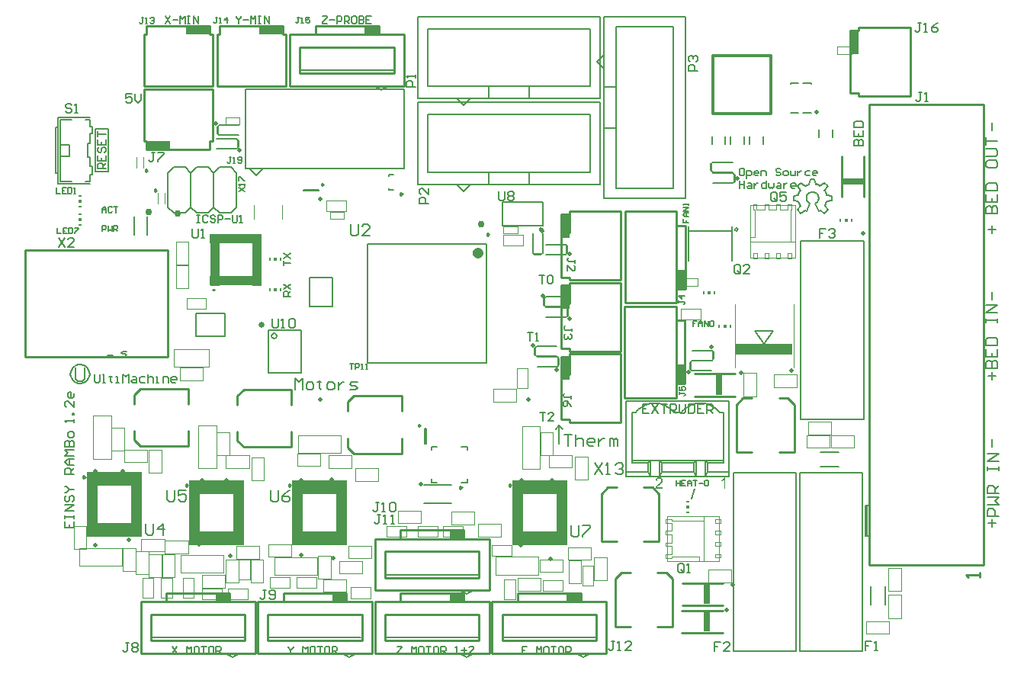
<source format=gto>
G04*
G04 #@! TF.GenerationSoftware,Altium Limited,Altium Designer,21.0.8 (223)*
G04*
G04 Layer_Color=65535*
%FSLAX25Y25*%
%MOIN*%
G70*
G04*
G04 #@! TF.SameCoordinates,56364332-CB73-463B-918C-44576425AB2C*
G04*
G04*
G04 #@! TF.FilePolarity,Positive*
G04*
G01*
G75*
%ADD10C,0.00394*%
%ADD11C,0.00984*%
%ADD12C,0.00600*%
%ADD13C,0.00800*%
%ADD14C,0.01000*%
%ADD15C,0.02362*%
%ADD16C,0.00500*%
%ADD17C,0.02000*%
%ADD18C,0.02500*%
%ADD19C,0.03000*%
%ADD20C,0.01968*%
%ADD21C,0.00787*%
%ADD22C,0.01181*%
%ADD23C,0.00197*%
%ADD24C,0.00039*%
%ADD25C,0.00200*%
%ADD26C,0.00400*%
%ADD27C,0.00700*%
%ADD28R,0.02953X0.08790*%
%ADD29R,0.24505X0.04921*%
%ADD30R,0.00590X0.01200*%
%ADD31R,0.00600X0.01200*%
%ADD32R,0.01190X0.01200*%
%ADD33R,0.04921X0.28150*%
%ADD34R,0.24213X0.05945*%
%ADD35R,0.04961X0.28189*%
%ADD36R,0.22559X0.04291*%
%ADD37R,0.04331X0.22520*%
%ADD38R,0.22559X0.04409*%
%ADD39R,0.04370X0.22520*%
%ADD40R,0.01200X0.01190*%
%ADD41R,0.01200X0.00600*%
%ADD42R,0.01200X0.00590*%
%ADD43R,0.08790X0.02953*%
G36*
X100233Y271053D02*
X89928D01*
Y274803D01*
X100233D01*
Y271053D01*
D02*
G37*
G36*
X68133D02*
X57828D01*
Y274803D01*
X68133D01*
Y271053D01*
D02*
G37*
G36*
X351907Y262623D02*
X348158D01*
Y272928D01*
X351907D01*
Y262623D01*
D02*
G37*
G36*
X50938Y220703D02*
X40633D01*
Y224453D01*
X50938D01*
Y220703D01*
D02*
G37*
G36*
X225447Y182188D02*
X221697D01*
Y192493D01*
X225447D01*
Y182188D01*
D02*
G37*
G36*
X276058Y159928D02*
X272307D01*
Y166788D01*
X276058D01*
Y159928D01*
D02*
G37*
G36*
X225447Y151086D02*
X221697D01*
Y161391D01*
X225447D01*
Y151086D01*
D02*
G37*
G36*
Y119983D02*
X221697D01*
Y130289D01*
X225447D01*
Y119983D01*
D02*
G37*
G36*
X275957Y118528D02*
X272207D01*
Y125388D01*
X275957D01*
Y118528D01*
D02*
G37*
G36*
X264751Y77447D02*
X264801Y77443D01*
X264862Y77440D01*
X264930Y77429D01*
X265009Y77418D01*
X265091Y77400D01*
X265181Y77379D01*
X265270Y77354D01*
X265367Y77322D01*
X265460Y77282D01*
X265553Y77236D01*
X265642Y77186D01*
X265728Y77125D01*
X265811Y77053D01*
X265814Y77050D01*
X265829Y77035D01*
X265850Y77014D01*
X265875Y76982D01*
X265907Y76946D01*
X265943Y76899D01*
X265983Y76846D01*
X266022Y76785D01*
X266058Y76717D01*
X266097Y76641D01*
X266133Y76559D01*
X266165Y76473D01*
X266190Y76380D01*
X266212Y76284D01*
X266226Y76180D01*
X266230Y76072D01*
Y76069D01*
Y76058D01*
Y76044D01*
Y76022D01*
X266226Y75994D01*
X266222Y75965D01*
X266219Y75929D01*
X266215Y75890D01*
X266201Y75800D01*
X266179Y75700D01*
X266147Y75596D01*
X266108Y75489D01*
Y75485D01*
X266101Y75474D01*
X266094Y75460D01*
X266083Y75439D01*
X266072Y75414D01*
X266054Y75381D01*
X266036Y75345D01*
X266011Y75306D01*
X265986Y75263D01*
X265957Y75217D01*
X265886Y75113D01*
X265846Y75059D01*
X265804Y75002D01*
X265754Y74945D01*
X265703Y74884D01*
X265700Y74880D01*
X265689Y74869D01*
X265675Y74852D01*
X265650Y74826D01*
X265617Y74794D01*
X265578Y74755D01*
X265535Y74708D01*
X265481Y74655D01*
X265421Y74597D01*
X265349Y74533D01*
X265274Y74461D01*
X265188Y74383D01*
X265095Y74300D01*
X264995Y74211D01*
X264883Y74114D01*
X264765Y74014D01*
X264758Y74010D01*
X264740Y73992D01*
X264715Y73971D01*
X264680Y73939D01*
X264633Y73903D01*
X264586Y73860D01*
X264533Y73813D01*
X264475Y73763D01*
X264354Y73659D01*
X264296Y73606D01*
X264239Y73555D01*
X264185Y73505D01*
X264139Y73462D01*
X264096Y73423D01*
X264064Y73387D01*
X264056Y73380D01*
X264039Y73359D01*
X264010Y73326D01*
X263974Y73287D01*
X263935Y73237D01*
X263892Y73183D01*
X263849Y73122D01*
X263809Y73062D01*
X266237D01*
Y72478D01*
X262965D01*
Y72482D01*
Y72489D01*
Y72499D01*
Y72514D01*
Y72535D01*
X262968Y72557D01*
X262972Y72614D01*
X262979Y72675D01*
X262990Y72746D01*
X263008Y72822D01*
X263033Y72897D01*
Y72900D01*
X263040Y72911D01*
X263047Y72929D01*
X263058Y72954D01*
X263069Y72986D01*
X263086Y73022D01*
X263108Y73062D01*
X263129Y73104D01*
X263154Y73155D01*
X263187Y73205D01*
X263255Y73316D01*
X263337Y73434D01*
X263434Y73555D01*
X263437Y73559D01*
X263448Y73570D01*
X263462Y73588D01*
X263484Y73613D01*
X263512Y73645D01*
X263548Y73681D01*
X263588Y73724D01*
X263638Y73770D01*
X263691Y73824D01*
X263749Y73881D01*
X263813Y73942D01*
X263885Y74010D01*
X263964Y74078D01*
X264046Y74150D01*
X264135Y74225D01*
X264228Y74304D01*
X264232Y74307D01*
X264239Y74311D01*
X264250Y74322D01*
X264264Y74332D01*
X264282Y74350D01*
X264304Y74368D01*
X264357Y74415D01*
X264425Y74468D01*
X264497Y74537D01*
X264579Y74608D01*
X264665Y74687D01*
X264758Y74769D01*
X264848Y74855D01*
X264941Y74941D01*
X265027Y75030D01*
X265113Y75116D01*
X265188Y75199D01*
X265259Y75281D01*
X265317Y75356D01*
X265320Y75360D01*
X265327Y75374D01*
X265342Y75396D01*
X265363Y75421D01*
X265385Y75457D01*
X265406Y75496D01*
X265435Y75542D01*
X265460Y75593D01*
X265485Y75646D01*
X265514Y75704D01*
X265560Y75829D01*
X265578Y75893D01*
X265592Y75958D01*
X265599Y76022D01*
X265603Y76087D01*
Y76090D01*
Y76104D01*
Y76122D01*
X265599Y76148D01*
X265596Y76180D01*
X265589Y76215D01*
X265582Y76255D01*
X265571Y76298D01*
X265557Y76344D01*
X265539Y76394D01*
X265517Y76445D01*
X265492Y76495D01*
X265463Y76548D01*
X265428Y76599D01*
X265388Y76649D01*
X265342Y76695D01*
X265338Y76699D01*
X265331Y76706D01*
X265317Y76717D01*
X265295Y76735D01*
X265270Y76753D01*
X265238Y76774D01*
X265202Y76799D01*
X265163Y76820D01*
X265116Y76846D01*
X265066Y76867D01*
X265009Y76889D01*
X264951Y76906D01*
X264887Y76924D01*
X264819Y76935D01*
X264748Y76942D01*
X264672Y76946D01*
X264629D01*
X264601Y76942D01*
X264561Y76939D01*
X264518Y76932D01*
X264472Y76924D01*
X264418Y76914D01*
X264364Y76899D01*
X264307Y76881D01*
X264250Y76860D01*
X264189Y76835D01*
X264132Y76803D01*
X264074Y76767D01*
X264017Y76727D01*
X263967Y76681D01*
X263964Y76677D01*
X263956Y76670D01*
X263942Y76652D01*
X263928Y76634D01*
X263906Y76606D01*
X263885Y76573D01*
X263860Y76534D01*
X263838Y76491D01*
X263813Y76445D01*
X263788Y76387D01*
X263767Y76330D01*
X263745Y76266D01*
X263731Y76194D01*
X263716Y76119D01*
X263709Y76040D01*
X263706Y75954D01*
X263079Y76019D01*
Y76022D01*
Y76026D01*
X263083Y76037D01*
Y76051D01*
X263086Y76087D01*
X263097Y76133D01*
X263108Y76190D01*
X263122Y76258D01*
X263140Y76334D01*
X263161Y76412D01*
X263190Y76498D01*
X263222Y76584D01*
X263262Y76674D01*
X263308Y76763D01*
X263358Y76849D01*
X263419Y76932D01*
X263484Y77010D01*
X263559Y77082D01*
X263562Y77085D01*
X263577Y77096D01*
X263602Y77118D01*
X263634Y77139D01*
X263677Y77168D01*
X263727Y77200D01*
X263788Y77232D01*
X263856Y77268D01*
X263935Y77300D01*
X264017Y77332D01*
X264110Y77365D01*
X264211Y77393D01*
X264318Y77418D01*
X264432Y77436D01*
X264554Y77447D01*
X264683Y77451D01*
X264715D01*
X264751Y77447D01*
D02*
G37*
G36*
X293683Y72478D02*
X293075D01*
Y76351D01*
X293071Y76348D01*
X293064Y76341D01*
X293053Y76330D01*
X293035Y76316D01*
X293014Y76298D01*
X292985Y76273D01*
X292953Y76248D01*
X292921Y76219D01*
X292878Y76190D01*
X292835Y76155D01*
X292788Y76122D01*
X292738Y76083D01*
X292681Y76047D01*
X292624Y76008D01*
X292495Y75929D01*
X292491Y75925D01*
X292480Y75918D01*
X292459Y75908D01*
X292434Y75897D01*
X292405Y75879D01*
X292369Y75858D01*
X292326Y75836D01*
X292284Y75811D01*
X292183Y75761D01*
X292076Y75711D01*
X291965Y75661D01*
X291858Y75618D01*
Y76205D01*
X291865Y76208D01*
X291879Y76215D01*
X291908Y76230D01*
X291943Y76248D01*
X291986Y76269D01*
X292040Y76298D01*
X292097Y76330D01*
X292158Y76366D01*
X292226Y76409D01*
X292298Y76452D01*
X292448Y76552D01*
X292602Y76663D01*
X292749Y76785D01*
X292753Y76788D01*
X292767Y76799D01*
X292785Y76817D01*
X292810Y76842D01*
X292842Y76874D01*
X292878Y76910D01*
X292917Y76953D01*
X292960Y76996D01*
X293003Y77046D01*
X293050Y77100D01*
X293139Y77211D01*
X293221Y77329D01*
X293257Y77390D01*
X293289Y77451D01*
X293683D01*
Y72478D01*
D02*
G37*
G54D10*
X333258Y236679D02*
D03*
X159921Y73209D02*
D03*
G54D11*
X213404Y186031D02*
X212666Y186458D01*
Y185605D01*
X213404Y186031D01*
X190108Y183696D02*
X189370Y184122D01*
Y183270D01*
X190108Y183696D01*
X199861Y73991D02*
X199122Y74418D01*
Y73565D01*
X199861Y73991D01*
X70209Y159586D02*
X69421D01*
X70209D01*
X152362Y201378D02*
X151624Y201804D01*
Y200952D01*
X152362Y201378D01*
X160335Y100197D02*
X159597Y100623D01*
Y99771D01*
X160335Y100197D01*
X178425Y73071D02*
X177687Y73497D01*
Y72645D01*
X178425Y73071D01*
X117815Y205512D02*
X117077Y205938D01*
Y205086D01*
X117815Y205512D01*
X13723Y77591D02*
X12985Y78017D01*
Y77165D01*
X13723Y77591D01*
X58461Y73991D02*
X57722Y74418D01*
Y73565D01*
X58461Y73991D01*
X103461D02*
X102722Y74418D01*
Y73565D01*
X103461Y73991D01*
G54D12*
X262757Y109878D02*
X261785Y109833D01*
X260821Y109698D01*
X259874Y109474D01*
X258951Y109164D01*
X258062Y108769D01*
X257212Y108294D01*
X256411Y107743D01*
X255663Y107119D01*
X254977Y106429D01*
X254358Y105678D01*
X271158D02*
X270538Y106429D01*
X269852Y107119D01*
X269105Y107743D01*
X268303Y108294D01*
X267453Y108769D01*
X266563Y109164D01*
X265641Y109474D01*
X264694Y109698D01*
X263730Y109833D01*
X262757Y109878D01*
X282757D02*
X281785Y109833D01*
X280821Y109698D01*
X279874Y109474D01*
X278952Y109164D01*
X278062Y108769D01*
X277212Y108294D01*
X276411Y107743D01*
X275663Y107119D01*
X274977Y106429D01*
X274358Y105678D01*
X291158D02*
X290538Y106429D01*
X289852Y107119D01*
X289105Y107743D01*
X288303Y108294D01*
X287453Y108769D01*
X286563Y109164D01*
X285641Y109474D01*
X284694Y109698D01*
X283730Y109833D01*
X282757Y109878D01*
X97670Y139282D02*
X97319Y140130D01*
X96470Y140482D01*
X95622Y140130D01*
X95270Y139282D01*
X95622Y138433D01*
X96470Y138082D01*
X97319Y138433D01*
X97670Y139282D01*
X196344Y187413D02*
X213864D01*
X196344D02*
Y197650D01*
X213864D01*
Y187413D02*
Y197650D01*
X207916Y243065D02*
Y248379D01*
X190199Y243065D02*
Y248379D01*
X159254Y243065D02*
Y278891D01*
X238861D01*
Y243065D02*
Y278891D01*
X159254Y243065D02*
X238861D01*
X250257Y77878D02*
X260757D01*
X250257D02*
Y79878D01*
Y110878D01*
X252758Y84878D02*
Y105878D01*
X254457D01*
X252758Y84878D02*
X260757D01*
X250257Y79878D02*
X259757D01*
X252758Y83878D02*
X259757D01*
Y79878D02*
X260757Y77878D01*
X259757Y83878D02*
X260757Y84878D01*
X252758Y83878D02*
Y84878D01*
X264757D02*
X265757Y83878D01*
Y79878D02*
Y83878D01*
X264757Y77878D02*
X265757Y79878D01*
X259757Y83878D02*
X260757Y84878D01*
X259757Y79878D02*
X260757Y77878D01*
X259757Y79878D02*
Y83878D01*
X260757Y77878D02*
Y84878D01*
X264757Y77878D02*
Y84878D01*
X252758Y105878D02*
X254257D01*
X279757Y83878D02*
X280757Y84878D01*
X284757D02*
X285757Y83878D01*
X284757Y77878D02*
X285757Y79878D01*
X279757D02*
X280757Y77878D01*
X279757Y79878D02*
Y83878D01*
X285757Y79878D02*
Y83878D01*
X284757Y77878D02*
Y84878D01*
X280757Y77878D02*
Y84878D01*
X285757Y83878D02*
X292758D01*
X265757D02*
X279757D01*
X265757Y79878D02*
X279757D01*
X285757D02*
X295257D01*
X260757Y77878D02*
X264757D01*
X280757D01*
X284757D01*
X295257D01*
X260757Y84878D02*
X264757D01*
X280757D01*
X284757D01*
X292758D01*
X291057Y105878D02*
X292758D01*
X271257D02*
X274257D01*
X292758Y83878D02*
Y84878D01*
Y105878D01*
X295257Y79878D02*
Y110878D01*
Y77878D02*
Y79878D01*
X250257Y110878D02*
X295257D01*
X240413Y230291D02*
X245728D01*
X240413Y248007D02*
X245728D01*
X240413Y278952D02*
X276239D01*
Y199346D02*
Y278952D01*
X240413Y199346D02*
X276239D01*
X240413D02*
Y278952D01*
X49910Y195534D02*
X52410Y193034D01*
X57410D02*
X59910Y195534D01*
X62410Y193034D01*
X67410D02*
X69910Y195534D01*
X49910D02*
Y210534D01*
X52410Y213034D01*
X57410D01*
X59910Y210534D01*
X62410Y213034D01*
X67410D01*
X69910Y210534D01*
X59910Y195534D02*
Y210534D01*
X69910Y195534D02*
Y210534D01*
X62410Y193034D02*
X67410D01*
X52410D02*
X57410D01*
X69910Y195534D02*
X72410Y193034D01*
X77410D02*
X79910Y195534D01*
X69910Y210534D02*
X72410Y213034D01*
X77410D01*
X79910Y210534D01*
Y195534D02*
Y210534D01*
X72410Y193034D02*
X77410D01*
X1831Y205976D02*
X15831D01*
X1831D02*
Y210476D01*
Y234976D02*
X15831D01*
X2831Y222976D02*
Y233976D01*
X831Y230476D02*
X1831D01*
X831Y225476D02*
Y230476D01*
Y210476D02*
X1831D01*
Y234976D01*
X831Y215476D02*
Y225476D01*
Y210476D02*
Y215476D01*
X2831Y222976D02*
X6831D01*
X2831Y217976D02*
Y222976D01*
X6831Y217976D02*
Y222976D01*
X2831Y217976D02*
X6831D01*
X2831Y206976D02*
Y217976D01*
X15831Y230976D02*
Y233976D01*
Y230976D02*
X16831D01*
Y227976D02*
Y230976D01*
X15831Y227976D02*
X16831D01*
X15831Y223476D02*
Y227976D01*
X14831Y223476D02*
X15831D01*
X14831Y217476D02*
Y223476D01*
Y217476D02*
X15831D01*
Y213476D02*
Y217476D01*
Y213476D02*
X16831D01*
Y209976D02*
Y213476D01*
X15831Y209976D02*
X16831D01*
X15831Y206976D02*
Y209976D01*
X13831Y233976D02*
X15831D01*
X2831D02*
X7831D01*
X2831Y206976D02*
X7831D01*
X13831D02*
X15831D01*
X40875Y183503D02*
Y191440D01*
X35319Y183503D02*
Y191440D01*
X140278Y248546D02*
X143278Y246846D01*
X146278Y248546D01*
X108178Y255446D02*
X148357D01*
X159254Y205565D02*
X238861D01*
Y241391D01*
X159254D02*
X238861D01*
X159254Y205565D02*
Y241391D01*
X190199Y205565D02*
Y210879D01*
X207916Y205565D02*
Y210879D01*
X42983Y7403D02*
X83161D01*
X78083Y-1197D02*
X81083Y503D01*
X75083D02*
X78083Y-1197D01*
X94164Y7403D02*
X134343D01*
X129264Y-1197D02*
X132264Y503D01*
X126264D02*
X129264Y-1197D01*
X145345Y34962D02*
X185524D01*
X180445Y26362D02*
X183445Y28062D01*
X177445D02*
X180445Y26362D01*
X145345Y7403D02*
X185524D01*
X180445Y-1197D02*
X183445Y503D01*
X177445D02*
X180445Y-1197D01*
X196565Y7442D02*
X236744D01*
X231665Y-1158D02*
X234665Y543D01*
X228665D02*
X231665Y-1158D01*
X212598Y105882D02*
X214998D01*
X213798D01*
Y102284D01*
X218597D02*
X216197D01*
X218597Y104683D01*
Y105282D01*
X217997Y105882D01*
X216797D01*
X216197Y105282D01*
X207139Y140843D02*
X209539D01*
X208339D01*
Y137244D01*
X210738D02*
X211938D01*
X211338D01*
Y140843D01*
X210738Y140243D01*
X212265Y165877D02*
X214664D01*
X213464D01*
Y162278D01*
X215863Y165277D02*
X216463Y165877D01*
X217663D01*
X218263Y165277D01*
Y162878D01*
X217663Y162278D01*
X216463D01*
X215863Y162878D01*
Y165277D01*
X62657Y192177D02*
X63724D01*
X63191D01*
Y188978D01*
X62657D01*
X63724D01*
X67456Y191644D02*
X66923Y192177D01*
X65856D01*
X65323Y191644D01*
Y189511D01*
X65856Y188978D01*
X66923D01*
X67456Y189511D01*
X70655Y191644D02*
X70122Y192177D01*
X69055D01*
X68522Y191644D01*
Y191111D01*
X69055Y190577D01*
X70122D01*
X70655Y190044D01*
Y189511D01*
X70122Y188978D01*
X69055D01*
X68522Y189511D01*
X71721Y188978D02*
Y192177D01*
X73321D01*
X73854Y191644D01*
Y190577D01*
X73321Y190044D01*
X71721D01*
X74920Y190577D02*
X77053D01*
X78119Y192177D02*
Y189511D01*
X78652Y188978D01*
X79719D01*
X80252Y189511D01*
Y192177D01*
X81318Y188978D02*
X82385D01*
X81851D01*
Y192177D01*
X81318Y191644D01*
X117483Y279002D02*
X119615D01*
Y278469D01*
X117483Y276336D01*
Y275803D01*
X119615D01*
X120682Y277403D02*
X122814D01*
X123881Y275803D02*
Y279002D01*
X125480D01*
X126013Y278469D01*
Y277403D01*
X125480Y276870D01*
X123881D01*
X127080Y275803D02*
Y279002D01*
X128679D01*
X129212Y278469D01*
Y277403D01*
X128679Y276870D01*
X127080D01*
X128146D02*
X129212Y275803D01*
X131878Y279002D02*
X130812D01*
X130279Y278469D01*
Y276336D01*
X130812Y275803D01*
X131878D01*
X132411Y276336D01*
Y278469D01*
X131878Y279002D01*
X133477D02*
Y275803D01*
X135077D01*
X135610Y276336D01*
Y276870D01*
X135077Y277403D01*
X133477D01*
X135077D01*
X135610Y277936D01*
Y278469D01*
X135077Y279002D01*
X133477D01*
X138809D02*
X136677D01*
Y275803D01*
X138809D01*
X136677Y277403D02*
X137743D01*
X79783Y279002D02*
Y278469D01*
X80849Y277403D01*
X81915Y278469D01*
Y279002D01*
X80849Y277403D02*
Y275803D01*
X82982Y277403D02*
X85114D01*
X86181Y275803D02*
Y279002D01*
X87247Y277936D01*
X88313Y279002D01*
Y275803D01*
X89380Y279002D02*
X90446D01*
X89913D01*
Y275803D01*
X89380D01*
X90446D01*
X92045D02*
Y279002D01*
X94178Y275803D01*
Y279002D01*
X48883D02*
X51015Y275803D01*
Y279002D02*
X48883Y275803D01*
X52082Y277403D02*
X54214D01*
X55281Y275803D02*
Y279002D01*
X56347Y277936D01*
X57413Y279002D01*
Y275803D01*
X58480Y279002D02*
X59546D01*
X59013D01*
Y275803D01*
X58480D01*
X59546D01*
X61145D02*
Y279002D01*
X63278Y275803D01*
Y279002D01*
X100484Y170103D02*
Y172236D01*
Y171169D01*
X103683D01*
X100484Y173302D02*
X103683Y175435D01*
X100484D02*
X103683Y173302D01*
X9409Y125408D02*
Y120409D01*
X10409Y119409D01*
X12409D01*
X13408Y120409D01*
Y125408D01*
X51783Y3602D02*
X53915Y403D01*
Y3602D02*
X51783Y403D01*
X58181D02*
Y3602D01*
X59247Y2536D01*
X60313Y3602D01*
Y403D01*
X62979Y3602D02*
X61913D01*
X61380Y3069D01*
Y936D01*
X61913Y403D01*
X62979D01*
X63512Y936D01*
Y3069D01*
X62979Y3602D01*
X64579D02*
X66711D01*
X65645D01*
Y403D01*
X69377Y3602D02*
X68311D01*
X67778Y3069D01*
Y936D01*
X68311Y403D01*
X69377D01*
X69910Y936D01*
Y3069D01*
X69377Y3602D01*
X70977Y403D02*
Y3602D01*
X72576D01*
X73109Y3069D01*
Y2003D01*
X72576Y1469D01*
X70977D01*
X72043D02*
X73109Y403D01*
X29557Y130278D02*
X31157D01*
X31690Y130811D01*
X31157Y131344D01*
X30091D01*
X29557Y131877D01*
X30091Y132411D01*
X31690D01*
X150057Y3577D02*
X152190D01*
Y3044D01*
X150057Y911D01*
Y378D01*
X152190D01*
X156455D02*
Y3577D01*
X157522Y2511D01*
X158588Y3577D01*
Y378D01*
X161254Y3577D02*
X160188D01*
X159654Y3044D01*
Y911D01*
X160188Y378D01*
X161254D01*
X161787Y911D01*
Y3044D01*
X161254Y3577D01*
X162853D02*
X164986D01*
X163920D01*
Y378D01*
X167652Y3577D02*
X166586D01*
X166052Y3044D01*
Y911D01*
X166586Y378D01*
X167652D01*
X168185Y911D01*
Y3044D01*
X167652Y3577D01*
X169251Y378D02*
Y3577D01*
X170851D01*
X171384Y3044D01*
Y1977D01*
X170851Y1444D01*
X169251D01*
X170318D02*
X171384Y378D01*
X175649D02*
X176716D01*
X176182D01*
Y3577D01*
X175649Y3044D01*
X178315Y1977D02*
X180448D01*
X179381Y3044D02*
Y911D01*
X183647Y378D02*
X181514D01*
X183647Y2511D01*
Y3044D01*
X183114Y3577D01*
X182047D01*
X181514Y3044D01*
X23558Y130777D02*
X25690D01*
X102558Y3577D02*
Y3044D01*
X103624Y1977D01*
X104690Y3044D01*
Y3577D01*
X103624Y1977D02*
Y378D01*
X108955D02*
Y3577D01*
X110022Y2511D01*
X111088Y3577D01*
Y378D01*
X113754Y3577D02*
X112688D01*
X112154Y3044D01*
Y911D01*
X112688Y378D01*
X113754D01*
X114287Y911D01*
Y3044D01*
X113754Y3577D01*
X115353D02*
X117486D01*
X116420D01*
Y378D01*
X120152Y3577D02*
X119086D01*
X118552Y3044D01*
Y911D01*
X119086Y378D01*
X120152D01*
X120685Y911D01*
Y3044D01*
X120152Y3577D01*
X121751Y378D02*
Y3577D01*
X123351D01*
X123884Y3044D01*
Y1977D01*
X123351Y1444D01*
X121751D01*
X122818D02*
X123884Y378D01*
X299857Y207077D02*
Y203878D01*
Y205477D01*
X301990D01*
Y207077D01*
Y203878D01*
X303590Y206011D02*
X304656D01*
X305189Y205477D01*
Y203878D01*
X303590D01*
X303056Y204411D01*
X303590Y204944D01*
X305189D01*
X306255Y206011D02*
Y203878D01*
Y204944D01*
X306789Y205477D01*
X307322Y206011D01*
X307855D01*
X311587Y207077D02*
Y203878D01*
X309988D01*
X309454Y204411D01*
Y205477D01*
X309988Y206011D01*
X311587D01*
X312653D02*
Y204411D01*
X313187Y203878D01*
X313720Y204411D01*
X314253Y203878D01*
X314786Y204411D01*
Y206011D01*
X316386D02*
X317452D01*
X317985Y205477D01*
Y203878D01*
X316386D01*
X315852Y204411D01*
X316386Y204944D01*
X317985D01*
X319051Y206011D02*
Y203878D01*
Y204944D01*
X319584Y205477D01*
X320118Y206011D01*
X320651D01*
X323850Y203878D02*
X322783D01*
X322250Y204411D01*
Y205477D01*
X322783Y206011D01*
X323850D01*
X324383Y205477D01*
Y204944D01*
X322250D01*
X301357Y212577D02*
X300291D01*
X299758Y212044D01*
Y209911D01*
X300291Y209378D01*
X301357D01*
X301890Y209911D01*
Y212044D01*
X301357Y212577D01*
X302956Y208312D02*
Y211511D01*
X304556D01*
X305089Y210977D01*
Y209911D01*
X304556Y209378D01*
X302956D01*
X307755D02*
X306689D01*
X306155Y209911D01*
Y210977D01*
X306689Y211511D01*
X307755D01*
X308288Y210977D01*
Y210444D01*
X306155D01*
X309354Y209378D02*
Y211511D01*
X310954D01*
X311487Y210977D01*
Y209378D01*
X317885Y212044D02*
X317352Y212577D01*
X316285D01*
X315752Y212044D01*
Y211511D01*
X316285Y210977D01*
X317352D01*
X317885Y210444D01*
Y209911D01*
X317352Y209378D01*
X316285D01*
X315752Y209911D01*
X319484Y209378D02*
X320551D01*
X321084Y209911D01*
Y210977D01*
X320551Y211511D01*
X319484D01*
X318951Y210977D01*
Y209911D01*
X319484Y209378D01*
X322150Y211511D02*
Y209911D01*
X322683Y209378D01*
X324283D01*
Y211511D01*
X325349D02*
Y209378D01*
Y210444D01*
X325882Y210977D01*
X326416Y211511D01*
X326949D01*
X330681D02*
X329081D01*
X328548Y210977D01*
Y209911D01*
X329081Y209378D01*
X330681D01*
X333347D02*
X332280D01*
X331747Y209911D01*
Y210977D01*
X332280Y211511D01*
X333347D01*
X333880Y210977D01*
Y210444D01*
X331747D01*
X206890Y3377D02*
X204757D01*
Y178D01*
X206890D01*
X204757Y1777D02*
X205824D01*
X211155Y178D02*
Y3377D01*
X212222Y2311D01*
X213288Y3377D01*
Y178D01*
X215954Y3377D02*
X214888D01*
X214354Y2844D01*
Y711D01*
X214888Y178D01*
X215954D01*
X216487Y711D01*
Y2844D01*
X215954Y3377D01*
X217553D02*
X219686D01*
X218620D01*
Y178D01*
X222352Y3377D02*
X221286D01*
X220752Y2844D01*
Y711D01*
X221286Y178D01*
X222352D01*
X222885Y711D01*
Y2844D01*
X222352Y3377D01*
X223951Y178D02*
Y3377D01*
X225551D01*
X226084Y2844D01*
Y1777D01*
X225551Y1244D01*
X223951D01*
X225018D02*
X226084Y178D01*
X103683Y156603D02*
X100484D01*
Y158203D01*
X101017Y158736D01*
X102083D01*
X102616Y158203D01*
Y156603D01*
Y157669D02*
X103683Y158736D01*
X100484Y159802D02*
X103683Y161935D01*
X100484D02*
X103683Y159802D01*
X22732Y212403D02*
X19233D01*
Y214153D01*
X19817Y214736D01*
X20983D01*
X21566Y214153D01*
Y212403D01*
Y213569D02*
X22732Y214736D01*
X19233Y218235D02*
Y215902D01*
X22732D01*
Y218235D01*
X20983Y215902D02*
Y217068D01*
X19817Y221733D02*
X19233Y221150D01*
Y219984D01*
X19817Y219401D01*
X20400D01*
X20983Y219984D01*
Y221150D01*
X21566Y221733D01*
X22149D01*
X22732Y221150D01*
Y219984D01*
X22149Y219401D01*
X19233Y225232D02*
Y222900D01*
X22732D01*
Y225232D01*
X20983Y222900D02*
Y224066D01*
X19233Y226399D02*
Y228731D01*
Y227565D01*
X22732D01*
X226215Y111841D02*
Y113007D01*
Y112424D01*
X223300D01*
X222716Y113007D01*
Y113590D01*
X223300Y114173D01*
X226215Y108342D02*
X225632Y109508D01*
X224466Y110674D01*
X223300D01*
X222716Y110091D01*
Y108925D01*
X223300Y108342D01*
X223883D01*
X224466Y108925D01*
Y110674D01*
X226570Y141329D02*
Y142495D01*
Y141912D01*
X223654D01*
X223071Y142495D01*
Y143078D01*
X223654Y143661D01*
X225987Y140163D02*
X226570Y139579D01*
Y138413D01*
X225987Y137830D01*
X225403D01*
X224820Y138413D01*
Y138996D01*
Y138413D01*
X224237Y137830D01*
X223654D01*
X223071Y138413D01*
Y139579D01*
X223654Y140163D01*
X227956Y171211D02*
Y172377D01*
Y171794D01*
X225041D01*
X224458Y172377D01*
Y172960D01*
X225041Y173543D01*
X224458Y167712D02*
Y170044D01*
X226790Y167712D01*
X227373D01*
X227956Y168295D01*
Y169461D01*
X227373Y170044D01*
G54D13*
X337057Y196278D02*
X337544Y197243D01*
X337858Y198278D01*
X337958Y201078D02*
X337585Y202017D01*
X337057Y202878D01*
X334958Y204878D02*
X334089Y205348D01*
X333157Y205678D01*
X330258Y205578D02*
X329381Y205293D01*
X328557Y204878D01*
X326458Y202878D02*
X325984Y202011D01*
X325658Y201078D01*
Y198078D02*
X325985Y197146D01*
X326458Y196278D01*
X332958Y197178D02*
X333740Y197754D01*
X334271Y198568D01*
X334483Y199516D01*
X334349Y200479D01*
X333887Y201334D01*
X333154Y201972D01*
X332243Y202312D01*
X331272D01*
X330361Y201972D01*
X329628Y201334D01*
X329166Y200479D01*
X329032Y199516D01*
X329244Y198568D01*
X329775Y197754D01*
X330557Y197178D01*
X299163Y185794D02*
X298618Y186543D01*
X297738Y186257D01*
Y185331D01*
X298618Y185045D01*
X299163Y185794D01*
X88465Y209528D02*
X91417Y212480D01*
X88268Y209724D02*
X88465Y209528D01*
X85512Y212480D02*
X88268Y209724D01*
X83858Y212480D02*
Y247126D01*
X153307D01*
Y212480D02*
Y247126D01*
X83858Y212480D02*
X153307D01*
X179044Y240078D02*
X182031Y243065D01*
X176058D02*
X179044Y240078D01*
X237426Y259162D02*
X240413Y256176D01*
X237426Y259162D02*
X240413Y262149D01*
X332958Y197178D02*
X334358Y193778D01*
X335157Y194178D01*
X336958Y192978D01*
X338357Y194378D01*
X337057Y196178D02*
X338357Y194378D01*
X337858Y198178D02*
X340057Y198578D01*
Y200578D01*
X337858Y200978D02*
X340057Y200578D01*
X336958Y202878D02*
X338357Y204778D01*
X336958Y206178D02*
X338357Y204778D01*
X334958Y204878D02*
X336958Y206178D01*
X332658Y207978D02*
X333157Y205578D01*
X330757Y207978D02*
X332658D01*
X330258Y205578D02*
X330757Y207978D01*
X326557Y206178D02*
X328457Y204878D01*
X325157Y204778D02*
X326557Y206178D01*
X325157Y204778D02*
X326458Y202878D01*
X323358Y200578D02*
X325658Y200978D01*
X323358Y198578D02*
Y200578D01*
Y198578D02*
X325557Y198178D01*
X325157Y194378D02*
X326358Y196178D01*
X325157Y194378D02*
X326557Y192978D01*
X328358Y194178D01*
X329058Y193778D01*
X330557Y197178D01*
X93690Y123282D02*
Y141831D01*
X108170D01*
Y123282D02*
Y141831D01*
X93690Y123282D02*
X108170D01*
X306591Y141397D02*
X310591Y135929D01*
X314528Y141397D01*
X306591D02*
X314528D01*
X277458Y172093D02*
Y185105D01*
Y187074D01*
X296407Y185105D02*
Y187074D01*
Y172093D02*
Y185105D01*
X277458D02*
X296407D01*
X355557Y51778D02*
X356358D01*
X355557D02*
Y65278D01*
X356358D01*
X354857Y51778D02*
X355557D01*
X354857D02*
Y65278D01*
X356358D01*
X176058Y205565D02*
X179044Y202578D01*
X182031Y205565D01*
X220983Y92103D02*
Y100003D01*
X219483Y98503D02*
X220983Y100003D01*
X222483Y98503D01*
X23832Y211203D02*
Y229903D01*
X18032D02*
X23832D01*
X18032Y211203D02*
Y229903D01*
Y211203D02*
X23832D01*
X278883Y68303D02*
X280083Y72403D01*
X8758Y101575D02*
Y102908D01*
Y102241D01*
X4759D01*
X5425Y101575D01*
X8758Y104907D02*
X8091D01*
Y105573D01*
X8758D01*
Y104907D01*
Y110905D02*
Y108239D01*
X6092Y110905D01*
X5425D01*
X4759Y110239D01*
Y108906D01*
X5425Y108239D01*
X8758Y114237D02*
Y112905D01*
X8091Y112238D01*
X6758D01*
X6092Y112905D01*
Y114237D01*
X6758Y114904D01*
X7425D01*
Y112238D01*
X223283Y96302D02*
X226615D01*
X224949D01*
Y91303D01*
X228281Y96302D02*
Y91303D01*
Y93802D01*
X229114Y94635D01*
X230780D01*
X231613Y93802D01*
Y91303D01*
X235779D02*
X234113D01*
X233279Y92136D01*
Y93802D01*
X234113Y94635D01*
X235779D01*
X236612Y93802D01*
Y92969D01*
X233279D01*
X238278Y94635D02*
Y91303D01*
Y92969D01*
X239111Y93802D01*
X239944Y94635D01*
X240777D01*
X243276Y91303D02*
Y94635D01*
X244109D01*
X244942Y93802D01*
Y91303D01*
Y93802D01*
X245775Y94635D01*
X246608Y93802D01*
Y91303D01*
X105358Y115678D02*
Y120676D01*
X107024Y119010D01*
X108690Y120676D01*
Y115678D01*
X111189D02*
X112855D01*
X113688Y116511D01*
Y118177D01*
X112855Y119010D01*
X111189D01*
X110356Y118177D01*
Y116511D01*
X111189Y115678D01*
X116187Y119843D02*
Y119010D01*
X115354D01*
X117020D01*
X116187D01*
Y116511D01*
X117020Y115678D01*
X120353D02*
X122019D01*
X122852Y116511D01*
Y118177D01*
X122019Y119010D01*
X120353D01*
X119520Y118177D01*
Y116511D01*
X120353Y115678D01*
X124518Y119010D02*
Y115678D01*
Y117344D01*
X125351Y118177D01*
X126184Y119010D01*
X127017D01*
X129516Y115678D02*
X132016D01*
X132849Y116511D01*
X132016Y117344D01*
X130349D01*
X129516Y118177D01*
X130349Y119010D01*
X132849D01*
X410158Y55678D02*
Y59010D01*
X408492Y57344D02*
X411824D01*
X410158Y90667D02*
Y93999D01*
X4759Y58153D02*
Y55487D01*
X8758D01*
Y58153D01*
X6758Y55487D02*
Y56820D01*
X4759Y59486D02*
Y60819D01*
Y60153D01*
X8758D01*
Y59486D01*
Y60819D01*
Y62818D02*
X4759D01*
X8758Y65484D01*
X4759D01*
X5425Y69483D02*
X4759Y68816D01*
Y67484D01*
X5425Y66817D01*
X6092D01*
X6758Y67484D01*
Y68816D01*
X7425Y69483D01*
X8091D01*
X8758Y68816D01*
Y67484D01*
X8091Y66817D01*
X4759Y70816D02*
X5425D01*
X6758Y72149D01*
X5425Y73482D01*
X4759D01*
X6758Y72149D02*
X8758D01*
Y78813D02*
X4759D01*
Y80813D01*
X5425Y81479D01*
X6758D01*
X7425Y80813D01*
Y78813D01*
Y80146D02*
X8758Y81479D01*
Y82812D02*
X6092D01*
X4759Y84145D01*
X6092Y85478D01*
X8758D01*
X6758D01*
Y82812D01*
X8758Y86811D02*
X4759D01*
X6092Y88143D01*
X4759Y89476D01*
X8758D01*
X4759Y90809D02*
X8758D01*
Y92809D01*
X8091Y93475D01*
X7425D01*
X6758Y92809D01*
Y90809D01*
Y92809D01*
X6092Y93475D01*
X5425D01*
X4759Y92809D01*
Y90809D01*
X8758Y95474D02*
Y96807D01*
X8091Y97474D01*
X6758D01*
X6092Y96807D01*
Y95474D01*
X6758Y94808D01*
X8091D01*
X8758Y95474D01*
X413058Y60378D02*
X408059D01*
Y62877D01*
X408892Y63710D01*
X410558D01*
X411391Y62877D01*
Y60378D01*
X408059Y65376D02*
X413058D01*
X411391Y67042D01*
X413058Y68709D01*
X408059D01*
X413058Y70375D02*
X408059D01*
Y72874D01*
X408892Y73707D01*
X410558D01*
X411391Y72874D01*
Y70375D01*
Y72041D02*
X413058Y73707D01*
X408059Y80371D02*
Y82038D01*
Y81204D01*
X413058D01*
Y80371D01*
Y82038D01*
Y84537D02*
X408059D01*
X413058Y87869D01*
X408059D01*
X407659Y125278D02*
X412657D01*
Y127777D01*
X411824Y128610D01*
X410991D01*
X410158Y127777D01*
Y125278D01*
Y127777D01*
X409325Y128610D01*
X408492D01*
X407659Y127777D01*
Y125278D01*
Y133609D02*
Y130276D01*
X412657D01*
Y133609D01*
X410158Y130276D02*
Y131942D01*
X407659Y135275D02*
X412657D01*
Y137774D01*
X411824Y138607D01*
X408492D01*
X407659Y137774D01*
Y135275D01*
Y145272D02*
Y146938D01*
Y146105D01*
X412657D01*
Y145272D01*
Y146938D01*
Y149437D02*
X407659D01*
X412657Y152769D01*
X407659D01*
X410158Y120178D02*
Y123510D01*
X408492Y121844D02*
X411824D01*
X410158Y155167D02*
Y158499D01*
Y184178D02*
Y187510D01*
X408492Y185844D02*
X411824D01*
X410158Y229163D02*
Y232496D01*
X407659Y192778D02*
X412657D01*
Y195277D01*
X411824Y196110D01*
X410991D01*
X410158Y195277D01*
Y192778D01*
Y195277D01*
X409325Y196110D01*
X408492D01*
X407659Y195277D01*
Y192778D01*
Y201109D02*
Y197776D01*
X412657D01*
Y201109D01*
X410158Y197776D02*
Y199443D01*
X407659Y202775D02*
X412657D01*
Y205274D01*
X411824Y206107D01*
X408492D01*
X407659Y205274D01*
Y202775D01*
Y215271D02*
Y213604D01*
X408492Y212772D01*
X411824D01*
X412657Y213604D01*
Y215271D01*
X411824Y216104D01*
X408492D01*
X407659Y215271D01*
Y217770D02*
X411824D01*
X412657Y218603D01*
Y220269D01*
X411824Y221102D01*
X407659D01*
Y222768D02*
Y226100D01*
Y224434D01*
X412657D01*
X226283Y56401D02*
Y52236D01*
X227116Y51403D01*
X228782D01*
X229615Y52236D01*
Y56401D01*
X231281D02*
X234613D01*
Y55568D01*
X231281Y52236D01*
Y51403D01*
X94858Y71676D02*
Y67511D01*
X95691Y66678D01*
X97357D01*
X98190Y67511D01*
Y71676D01*
X103188D02*
X101522Y70843D01*
X99856Y69177D01*
Y67511D01*
X100689Y66678D01*
X102355D01*
X103188Y67511D01*
Y68344D01*
X102355Y69177D01*
X99856D01*
X49657Y71976D02*
Y67811D01*
X50490Y66978D01*
X52157D01*
X52990Y67811D01*
Y71976D01*
X57988D02*
X54656D01*
Y69477D01*
X56322Y70310D01*
X57155D01*
X57988Y69477D01*
Y67811D01*
X57155Y66978D01*
X55489D01*
X54656Y67811D01*
X40236Y57203D02*
Y53038D01*
X41069Y52205D01*
X42735D01*
X43569Y53038D01*
Y57203D01*
X47734Y52205D02*
Y57203D01*
X45235Y54704D01*
X48567D01*
X129764Y188109D02*
Y183943D01*
X130597Y183110D01*
X132263D01*
X133096Y183943D01*
Y188109D01*
X138094Y183110D02*
X134762D01*
X138094Y186442D01*
Y187276D01*
X137261Y188109D01*
X135595D01*
X134762Y187276D01*
X236483Y83701D02*
X239815Y78703D01*
Y83701D02*
X236483Y78703D01*
X241481D02*
X243147D01*
X242314D01*
Y83701D01*
X241481Y82868D01*
X245646D02*
X246479Y83701D01*
X248146D01*
X248979Y82868D01*
Y82035D01*
X248146Y81202D01*
X247312D01*
X248146D01*
X248979Y80369D01*
Y79536D01*
X248146Y78703D01*
X246479D01*
X245646Y79536D01*
X44123Y219477D02*
X42790D01*
X43457D01*
Y216144D01*
X42790Y215478D01*
X42124D01*
X41458Y216144D01*
X45456Y219477D02*
X48122D01*
Y218810D01*
X45456Y216144D01*
Y215478D01*
G54D14*
X40755Y211635D02*
X40095Y212016D01*
Y211253D01*
X40755Y211635D01*
X44758Y202934D02*
X44097Y203315D01*
Y202553D01*
X44758Y202934D01*
X280157Y112878D02*
X297916D01*
X280157Y122799D02*
X297916D01*
X49742Y130246D02*
Y176775D01*
X-12319Y130246D02*
X49742D01*
X-12319D02*
Y176775D01*
X49742D01*
X58768Y109583D02*
Y116276D01*
Y91079D02*
Y97772D01*
X35146Y93835D02*
Y97772D01*
Y93835D02*
X37902Y91079D01*
Y91079D02*
X58768D01*
X35146Y109583D02*
Y113521D01*
X37902Y116276D02*
X58768D01*
X35146Y113521D02*
X37902Y116276D01*
X272207Y146078D02*
Y152278D01*
Y146078D02*
X275957D01*
Y118528D02*
Y146078D01*
X272207Y118528D02*
X275957D01*
X272207Y112278D02*
Y118528D01*
X249658Y112278D02*
X272207D01*
X249658D02*
Y152278D01*
X272207D01*
Y118528D02*
Y146078D01*
X71483Y271053D02*
X72683D01*
Y274803D01*
X100233D01*
Y271053D02*
Y274803D01*
Y271053D02*
X101483D01*
Y248503D02*
Y271053D01*
X71483Y248503D02*
X101483D01*
X71483D02*
Y271053D01*
X136278Y271946D02*
X142028D01*
X136278Y272846D02*
X141928D01*
X136278Y271068D02*
Y274846D01*
Y273846D02*
X142028D01*
Y271096D02*
Y274846D01*
X114478D02*
X142028D01*
X114404Y271068D02*
X141955D01*
X107678Y265554D02*
X148790D01*
X107678Y254046D02*
Y265554D01*
Y254046D02*
X148790D01*
Y265554D01*
X103278Y248546D02*
Y271096D01*
Y248546D02*
X153278D01*
Y271096D01*
X142028D02*
X153278D01*
X114478D02*
Y274846D01*
X103278Y271096D02*
X114478D01*
X356358Y39028D02*
X406357D01*
Y240528D01*
X356358D02*
X406357D01*
X356358Y39028D02*
Y240528D01*
X267800Y35789D02*
X270556Y33033D01*
X270556Y12167D02*
Y33033D01*
X263863Y35789D02*
X267800D01*
X245359Y12167D02*
Y33033D01*
X245359D02*
X248115Y35789D01*
X252052D01*
X245359Y12167D02*
X252052D01*
X263863D02*
X270556D01*
X128510Y110320D02*
X131266Y113076D01*
Y113076D02*
X152132D01*
X128510Y106384D02*
Y110320D01*
X131266Y87880D02*
X152132D01*
X128510Y90635D02*
X131266Y87880D01*
X128510Y90635D02*
Y94572D01*
X152132Y87880D02*
Y94572D01*
Y106384D02*
Y113076D01*
X80308Y113146D02*
X83064Y115902D01*
Y115902D02*
X103930D01*
X80308Y109209D02*
Y113146D01*
X83064Y90705D02*
X103930D01*
X80308Y93461D02*
X83064Y90705D01*
X80308Y93461D02*
Y97398D01*
X103930Y90705D02*
Y97398D01*
Y109209D02*
Y115902D01*
X261900Y72989D02*
X264656Y70233D01*
X264656Y49367D02*
Y70233D01*
X257963Y72989D02*
X261900D01*
X239459Y49367D02*
Y70233D01*
X239459D02*
X242215Y72989D01*
X246152D01*
X239459Y49367D02*
X246152D01*
X257963D02*
X264656D01*
X321000Y111989D02*
X323756Y109233D01*
X323756Y88367D02*
Y109233D01*
X317063Y111989D02*
X321000D01*
X298559Y88367D02*
Y109233D01*
X298559D02*
X301315Y111989D01*
X305252D01*
X298559Y88367D02*
X305252D01*
X317063D02*
X323756D01*
X272207Y118528D02*
Y126435D01*
X275957D01*
X275003Y118535D02*
Y126435D01*
X274082Y118555D02*
Y126435D01*
X273103Y118528D02*
Y126435D01*
X272307Y159928D02*
Y167835D01*
X276058D01*
X275103Y159935D02*
Y167835D01*
X274183Y159955D02*
Y167835D01*
X273203Y159928D02*
Y167835D01*
X225447Y184587D02*
Y192493D01*
X221697Y184587D02*
X225447D01*
X222651D02*
Y192487D01*
X223572Y184587D02*
Y192466D01*
X224551Y184587D02*
Y192493D01*
X225447Y153484D02*
Y161391D01*
X221697Y153484D02*
X225447D01*
X222651D02*
Y161384D01*
X223572Y153484D02*
Y161364D01*
X224551Y153484D02*
Y161391D01*
X225447Y122382D02*
Y130289D01*
X221697Y122382D02*
X225447D01*
X222651D02*
Y130282D01*
X223572Y122382D02*
Y130261D01*
X224551Y122382D02*
Y130289D01*
X274729Y31267D02*
X292487D01*
X274729Y21346D02*
X292487D01*
X354304Y200045D02*
Y217803D01*
X344383Y200045D02*
Y217803D01*
X274639Y9361D02*
X292397D01*
X274639Y19282D02*
X292397D01*
X38083Y23053D02*
X49283D01*
Y26803D01*
X76833Y23053D02*
X88083D01*
Y503D02*
Y23053D01*
X38083Y503D02*
X88083D01*
X38083D02*
Y23053D01*
X83595Y6003D02*
Y17512D01*
X42483Y6003D02*
X83595D01*
X42483D02*
Y17512D01*
X83595D01*
X49209Y23026D02*
X76759D01*
X49283Y26803D02*
X76833D01*
Y23053D02*
Y26803D01*
X71083Y25803D02*
X76833D01*
X71083Y23026D02*
Y26803D01*
Y24803D02*
X76733D01*
X71083Y23903D02*
X76833D01*
X89264Y23053D02*
X100464D01*
Y26803D01*
X128014Y23053D02*
X139264D01*
Y503D02*
Y23053D01*
X89264Y503D02*
X139264D01*
X89264D02*
Y23053D01*
X134776Y6003D02*
Y17512D01*
X93664Y6003D02*
X134776D01*
X93664D02*
Y17512D01*
X134776D01*
X100390Y23026D02*
X127940D01*
X100464Y26803D02*
X128014D01*
Y23053D02*
Y26803D01*
X122264Y25803D02*
X128014D01*
X122264Y23026D02*
Y26803D01*
Y24803D02*
X127914D01*
X122264Y23903D02*
X128014D01*
X140445Y50612D02*
X151645D01*
Y54362D01*
X179195Y50612D02*
X190445D01*
Y28062D02*
Y50612D01*
X140445Y28062D02*
X190445D01*
X140445D02*
Y50612D01*
X185957Y33562D02*
Y45071D01*
X144845Y33562D02*
X185957D01*
X144845D02*
Y45071D01*
X185957D01*
X151572Y50585D02*
X179121D01*
X151645Y54362D02*
X179195D01*
Y50612D02*
Y54362D01*
X173445Y53362D02*
X179195D01*
X173445Y50585D02*
Y54362D01*
Y52362D02*
X179095D01*
X173445Y51462D02*
X179195D01*
X140445Y23053D02*
X151645D01*
Y26803D01*
X179195Y23053D02*
X190445D01*
Y503D02*
Y23053D01*
X140445Y503D02*
X190445D01*
X140445D02*
Y23053D01*
X185957Y6003D02*
Y17512D01*
X144845Y6003D02*
X185957D01*
X144845D02*
Y17512D01*
X185957D01*
X151572Y23026D02*
X179121D01*
X151645Y26803D02*
X179195D01*
Y23053D02*
Y26803D01*
X173445Y25803D02*
X179195D01*
X173445Y23026D02*
Y26803D01*
Y24803D02*
X179095D01*
X173445Y23903D02*
X179195D01*
X191665Y23092D02*
X202865D01*
Y26842D01*
X230415Y23092D02*
X241665D01*
Y543D02*
Y23092D01*
X191665Y543D02*
X241665D01*
X191665D02*
Y23092D01*
X237177Y6042D02*
Y17551D01*
X196065Y6042D02*
X237177D01*
X196065D02*
Y17551D01*
X237177D01*
X202792Y23065D02*
X230342D01*
X202865Y26842D02*
X230415D01*
Y23092D02*
Y26842D01*
X224665Y25842D02*
X230415D01*
X224665Y23065D02*
Y26842D01*
Y24843D02*
X230315D01*
X224665Y23943D02*
X230415D01*
X225447Y163743D02*
X247997D01*
Y193743D01*
X225447D02*
X247997D01*
X225447Y192493D02*
Y193743D01*
X221697Y192493D02*
X225447D01*
X221697Y164943D02*
Y192493D01*
Y164943D02*
X225447D01*
Y163743D02*
Y164943D01*
Y132641D02*
X247997D01*
Y162641D01*
X225447D02*
X247997D01*
X225447Y161391D02*
Y162641D01*
X221697Y161391D02*
X225447D01*
X221697Y133841D02*
Y161391D01*
Y133841D02*
X225447D01*
Y132641D02*
Y133841D01*
Y101539D02*
X247997D01*
Y131539D01*
X225447D02*
X247997D01*
X225447Y130289D02*
Y131539D01*
X221697Y130289D02*
X225447D01*
X221697Y102739D02*
Y130289D01*
Y102739D02*
X225447D01*
Y101539D02*
Y102739D01*
X69383Y224453D02*
Y247003D01*
X39383D02*
X69383D01*
X39383Y224453D02*
Y247003D01*
Y224453D02*
X40633D01*
Y220703D02*
Y224453D01*
Y220703D02*
X68183D01*
Y224453D01*
X69383D01*
X39383Y248503D02*
Y271053D01*
Y248503D02*
X69383D01*
Y271053D01*
X68133D02*
X69383D01*
X68133D02*
Y274803D01*
X40583D02*
X68133D01*
X40583Y271053D02*
Y274803D01*
X39383Y271053D02*
X40583D01*
X351907Y244178D02*
X374458D01*
Y274178D01*
X351907D02*
X374458D01*
X351907Y272928D02*
Y274178D01*
X348158Y272928D02*
X351907D01*
X348158Y245378D02*
Y272928D01*
Y245378D02*
X351907D01*
Y244178D02*
Y245378D01*
X272307Y159928D02*
Y187478D01*
X249758Y193678D02*
X272307D01*
X249758Y153678D02*
Y193678D01*
Y153678D02*
X272307D01*
Y159928D01*
X276058D01*
Y187478D01*
X272307D02*
X276058D01*
X272307D02*
Y193678D01*
X404857Y33878D02*
Y35877D01*
Y34878D01*
X398859D01*
X399859Y33878D01*
G54D15*
X186565Y175625D02*
X186120Y176549D01*
X185121Y176777D01*
X184319Y176138D01*
Y175113D01*
X185121Y174474D01*
X186120Y174702D01*
X186565Y175625D01*
G54D16*
X15710Y122609D02*
X15587Y123615D01*
X15228Y124561D01*
X14653Y125395D01*
X13895Y126066D01*
X12999Y126537D01*
X12016Y126779D01*
X11003D01*
X10020Y126537D01*
X9124Y126066D01*
X8366Y125395D01*
X7790Y124561D01*
X7431Y123615D01*
X7309Y122609D01*
X7431Y121604D01*
X7790Y120658D01*
X8366Y119824D01*
X9124Y119153D01*
X10020Y118682D01*
X11003Y118440D01*
X12016D01*
X12999Y118682D01*
X13895Y119153D01*
X14653Y119824D01*
X15228Y120658D01*
X15587Y121604D01*
X15710Y122609D01*
X297103Y1617D02*
Y79617D01*
Y1617D02*
X324603D01*
Y79617D01*
X297103D02*
X324603D01*
X74757Y139157D02*
Y149078D01*
X62158Y139157D02*
X74757D01*
X62158D02*
Y149078D01*
X74757D01*
X69657Y162578D02*
Y163759D01*
Y181397D02*
Y182578D01*
X88476Y162578D02*
X89657D01*
X69657D02*
X70839D01*
X89657D02*
Y163759D01*
Y181397D02*
Y182578D01*
X88476D02*
X89657D01*
X69657D02*
X70839D01*
X72550Y231368D02*
X81015D01*
X72550Y227038D02*
X81015D01*
X72354Y231368D02*
X72550D01*
X71861Y230876D02*
X72354Y231368D01*
X72354Y227038D02*
X72550D01*
X71861Y227530D02*
X72354Y227038D01*
X71861Y227530D02*
Y230876D01*
X71468Y230483D02*
X71861Y230876D01*
X71468Y227924D02*
Y230483D01*
Y227924D02*
X71861Y227530D01*
X162008Y66142D02*
X173819D01*
X162008Y74016D02*
X173819D01*
X354107Y102878D02*
Y180878D01*
X326607D02*
X354107D01*
X326607Y102878D02*
Y180878D01*
Y102878D02*
X354107D01*
X215325Y156343D02*
X223790D01*
X215325Y152013D02*
X223790D01*
X215128Y156343D02*
X215325D01*
X214636Y155851D02*
X215128Y156343D01*
X215128Y152013D02*
X215325D01*
X214636Y152505D02*
X215128Y152013D01*
X214636Y152505D02*
Y155851D01*
X214243Y155457D02*
X214636Y155851D01*
X214243Y152898D02*
Y155457D01*
Y152898D02*
X214636Y152505D01*
X212892Y174680D02*
X213286Y175074D01*
X210333Y174680D02*
X212892D01*
X209939Y175074D02*
X210333Y174680D01*
X209939Y175074D02*
X213286D01*
X213778Y175566D01*
Y175763D01*
X209447Y175566D02*
X209939Y175074D01*
X209447Y175566D02*
Y175763D01*
X213778D02*
Y184228D01*
X209447Y175763D02*
Y184228D01*
X215125Y174961D02*
X223590D01*
X215125Y179292D02*
X223590D01*
Y174961D02*
X223787D01*
X224279Y175453D01*
X223590Y179292D02*
X223787D01*
X224279Y178800D01*
Y175453D02*
Y178800D01*
Y175453D02*
X224672Y175847D01*
Y178406D01*
X224279Y178800D02*
X224672Y178406D01*
X224479Y151251D02*
X224872Y150857D01*
Y148298D02*
Y150857D01*
X224479Y147905D02*
X224872Y148298D01*
X224479Y147905D02*
Y151251D01*
X223987Y151743D02*
X224479Y151251D01*
X223790Y151743D02*
X223987D01*
X223987Y147413D02*
X224479Y147905D01*
X223790Y147413D02*
X223987D01*
X215325Y151743D02*
X223790D01*
X215325Y147413D02*
X223790D01*
X211379Y125813D02*
X219843D01*
X211379Y130143D02*
X219843D01*
Y125813D02*
X220040D01*
X220532Y126305D01*
X219843Y130143D02*
X220040D01*
X220532Y129651D01*
Y126305D02*
Y129651D01*
Y126305D02*
X220926Y126698D01*
Y129258D01*
X220532Y129651D02*
X220926Y129258D01*
X210243Y131298D02*
X210636Y130905D01*
X210243Y131298D02*
Y133858D01*
X210636Y134251D01*
Y130905D02*
Y134251D01*
Y130905D02*
X211128Y130413D01*
X211325D01*
X210636Y134251D02*
X211128Y134743D01*
X211325D01*
Y130413D02*
X219790D01*
X211325Y134743D02*
X219790D01*
X288303Y206022D02*
X296768D01*
X288303Y210353D02*
X296768D01*
Y206022D02*
X296965D01*
X297457Y206514D01*
X296768Y210353D02*
X296965D01*
X297457Y209861D01*
Y206514D02*
Y209861D01*
Y206514D02*
X297850Y206908D01*
Y209467D01*
X297457Y209861D02*
X297850Y209467D01*
X278043Y124898D02*
X278436Y124505D01*
X278043Y124898D02*
Y127457D01*
X278436Y127851D01*
Y124505D02*
Y127851D01*
Y124505D02*
X278928Y124013D01*
X279125D01*
X278436Y127851D02*
X278928Y128343D01*
X279125D01*
Y124013D02*
X287590D01*
X279125Y128343D02*
X287590D01*
X279125Y128613D02*
X287590D01*
X279125Y132943D02*
X287590D01*
Y128613D02*
X287787D01*
X288279Y129105D01*
X287590Y132943D02*
X287787D01*
X288279Y132451D01*
Y129105D02*
Y132451D01*
Y129105D02*
X288672Y129498D01*
Y132057D01*
X288279Y132451D02*
X288672Y132057D01*
X287221Y211808D02*
X287614Y211414D01*
X287221Y211808D02*
Y214367D01*
X287614Y214761D01*
Y211414D02*
Y214761D01*
Y211414D02*
X288106Y210922D01*
X288303D01*
X287614Y214761D02*
X288106Y215253D01*
X288303D01*
Y210922D02*
X296768D01*
X288303Y215253D02*
X296768D01*
X71350Y221138D02*
X79815D01*
X71350Y225468D02*
X79815D01*
Y221138D02*
X80012D01*
X80504Y221630D01*
X79815Y225468D02*
X80012D01*
X80504Y224976D01*
Y221630D02*
Y224976D01*
Y221630D02*
X80898Y222024D01*
Y224583D01*
X80504Y224976D02*
X80898Y224583D01*
X111772Y152278D02*
Y164877D01*
Y152278D02*
X121693D01*
Y164877D01*
X111772D02*
X121693D01*
X326108Y79578D02*
X353608D01*
Y1578D02*
Y79578D01*
X326108Y1578D02*
X353608D01*
X326108D02*
Y79578D01*
X21283Y185103D02*
Y187602D01*
X22532D01*
X22949Y187186D01*
Y186353D01*
X22532Y185936D01*
X21283D01*
X23782Y187602D02*
Y185103D01*
X24615Y185936D01*
X25448Y185103D01*
Y187602D01*
X26281Y185103D02*
Y187602D01*
X27531D01*
X27947Y187186D01*
Y186353D01*
X27531Y185936D01*
X26281D01*
X27114D02*
X27947Y185103D01*
X21283Y193303D02*
Y194969D01*
X22116Y195802D01*
X22949Y194969D01*
Y193303D01*
Y194553D01*
X21283D01*
X25448Y195386D02*
X25032Y195802D01*
X24198D01*
X23782Y195386D01*
Y193720D01*
X24198Y193303D01*
X25032D01*
X25448Y193720D01*
X26281Y195802D02*
X27947D01*
X27114D01*
Y193303D01*
X281076Y145964D02*
X279410D01*
Y144714D01*
X280242D01*
X279410D01*
Y143465D01*
X281909D02*
Y145131D01*
X282742Y145964D01*
X283575Y145131D01*
Y143465D01*
Y144714D01*
X281909D01*
X284408Y143465D02*
Y145964D01*
X286074Y143465D01*
Y145964D01*
X286907Y145547D02*
X287323Y145964D01*
X288157D01*
X288573Y145547D01*
Y143881D01*
X288157Y143465D01*
X287323D01*
X286907Y143881D01*
Y145547D01*
X275139Y190564D02*
Y188898D01*
X276388D01*
Y189731D01*
Y188898D01*
X277638D01*
Y191397D02*
X275972D01*
X275139Y192230D01*
X275972Y193063D01*
X277638D01*
X276388D01*
Y191397D01*
X277638Y193896D02*
X275139D01*
X277638Y195562D01*
X275139D01*
X277638Y196395D02*
Y197228D01*
Y196812D01*
X275139D01*
X275555Y196395D01*
X272083Y76202D02*
Y73703D01*
Y74953D01*
X273749D01*
Y76202D01*
Y73703D01*
X276248Y76202D02*
X274582D01*
Y73703D01*
X276248D01*
X274582Y74953D02*
X275415D01*
X277081Y73703D02*
Y75369D01*
X277914Y76202D01*
X278747Y75369D01*
Y73703D01*
Y74953D01*
X277081D01*
X279580Y76202D02*
X281246D01*
X280413D01*
Y73703D01*
X282079Y74953D02*
X283746D01*
X284579Y75786D02*
X284995Y76202D01*
X285828D01*
X286245Y75786D01*
Y74120D01*
X285828Y73703D01*
X284995D01*
X284579Y74120D01*
Y75786D01*
X77555Y217420D02*
X76722D01*
X77139D01*
Y215338D01*
X76722Y214921D01*
X76305D01*
X75889Y215338D01*
X78388Y214921D02*
X79221D01*
X78805D01*
Y217420D01*
X78388Y217004D01*
X80471Y215338D02*
X80887Y214921D01*
X81720D01*
X82137Y215338D01*
Y217004D01*
X81720Y217420D01*
X80887D01*
X80471Y217004D01*
Y216587D01*
X80887Y216171D01*
X82137D01*
X129423Y127242D02*
X131089D01*
X130256D01*
Y124742D01*
X131922D02*
Y127242D01*
X133172D01*
X133588Y126825D01*
Y125992D01*
X133172Y125576D01*
X131922D01*
X134421Y124742D02*
X135254D01*
X134838D01*
Y127242D01*
X134421Y126825D01*
X136504Y124742D02*
X137337D01*
X136920D01*
Y127242D01*
X136504Y126825D01*
X107414Y278502D02*
X106581D01*
X106998D01*
Y276420D01*
X106581Y276003D01*
X106165D01*
X105748Y276420D01*
X108247Y276003D02*
X109080D01*
X108664D01*
Y278502D01*
X108247Y278086D01*
X111996Y278502D02*
X110330D01*
Y277253D01*
X111163Y277669D01*
X111580D01*
X111996Y277253D01*
Y276420D01*
X111580Y276003D01*
X110746D01*
X110330Y276420D01*
X71576Y278641D02*
X70743D01*
X71160D01*
Y276558D01*
X70743Y276142D01*
X70327D01*
X69910Y276558D01*
X72409Y276142D02*
X73242D01*
X72826D01*
Y278641D01*
X72409Y278224D01*
X75742Y276142D02*
Y278641D01*
X74492Y277391D01*
X76158D01*
X39265Y278444D02*
X38432D01*
X38848D01*
Y276361D01*
X38432Y275945D01*
X38015D01*
X37598Y276361D01*
X40098Y275945D02*
X40931D01*
X40514D01*
Y278444D01*
X40098Y278028D01*
X42180D02*
X42597Y278444D01*
X43430D01*
X43846Y278028D01*
Y277611D01*
X43430Y277194D01*
X43013D01*
X43430D01*
X43846Y276778D01*
Y276361D01*
X43430Y275945D01*
X42597D01*
X42180Y276361D01*
X273584Y114669D02*
Y113836D01*
Y114253D01*
X275666D01*
X276083Y113836D01*
Y113420D01*
X275666Y113003D01*
X273584Y117168D02*
Y115502D01*
X274833D01*
X274417Y116335D01*
Y116752D01*
X274833Y117168D01*
X275666D01*
X276083Y116752D01*
Y115919D01*
X275666Y115502D01*
X273328Y154658D02*
Y153825D01*
Y154242D01*
X275410D01*
X275827Y153825D01*
Y153409D01*
X275410Y152992D01*
X275827Y156741D02*
X273328D01*
X274577Y155491D01*
Y157157D01*
X1583Y186502D02*
Y184003D01*
X3249D01*
X5748Y186502D02*
X4082D01*
Y184003D01*
X5748D01*
X4082Y185253D02*
X4915D01*
X6581Y186502D02*
Y184003D01*
X7831D01*
X8247Y184420D01*
Y186086D01*
X7831Y186502D01*
X6581D01*
X9080D02*
X10746D01*
Y186086D01*
X9080Y184420D01*
Y184003D01*
X1283Y204102D02*
Y201603D01*
X2949D01*
X5448Y204102D02*
X3782D01*
Y201603D01*
X5448D01*
X3782Y202853D02*
X4615D01*
X6281Y204102D02*
Y201603D01*
X7531D01*
X7947Y202020D01*
Y203686D01*
X7531Y204102D01*
X6281D01*
X8780Y201603D02*
X9613D01*
X9197D01*
Y204102D01*
X8780Y203686D01*
X80984Y202403D02*
X83483Y204069D01*
X80984D02*
X83483Y202403D01*
Y204902D02*
Y205735D01*
Y205319D01*
X80984D01*
X81400Y204902D01*
X80984Y206985D02*
Y208651D01*
X81400D01*
X83066Y206985D01*
X83483D01*
G54D17*
X333622Y237024D02*
D03*
X160591Y74606D02*
D03*
X217783Y76303D02*
D03*
X204583Y76103D02*
D03*
X217083Y41803D02*
D03*
X204283Y47703D02*
D03*
X122283Y42103D02*
D03*
X108083Y43503D02*
D03*
X121683Y76503D02*
D03*
X108183Y76003D02*
D03*
X75383D02*
D03*
X64883Y76103D02*
D03*
X77183Y43103D02*
D03*
X63483Y48003D02*
D03*
X32783Y50203D02*
D03*
X18183Y47803D02*
D03*
X30083Y80003D02*
D03*
X18183D02*
D03*
X296783Y30403D02*
D03*
X294283Y19403D02*
D03*
X298783Y208103D02*
D03*
X353983Y184203D02*
D03*
X322683Y124303D02*
D03*
X300483Y123003D02*
D03*
X287483Y134403D02*
D03*
X277483Y123603D02*
D03*
X219983Y124503D02*
D03*
X209583Y135203D02*
D03*
X225358Y146978D02*
D03*
X213794Y156917D02*
D03*
X225583Y175103D02*
D03*
X213583Y185003D02*
D03*
X81183Y220403D02*
D03*
X70983Y232103D02*
D03*
G54D18*
X90870Y144082D02*
D03*
G54D19*
X41575Y193503D02*
D03*
X186983Y188003D02*
D03*
X54058Y192778D02*
D03*
G54D20*
X207457Y111478D02*
D03*
X116558D02*
D03*
Y199178D02*
D03*
G54D21*
X340518Y226300D02*
Y229450D01*
X334612Y226300D02*
Y229450D01*
X293618Y223200D02*
Y226350D01*
X287712Y223200D02*
Y226350D01*
X301818Y223200D02*
Y226350D01*
X295912Y223200D02*
Y226350D01*
X310218Y223200D02*
Y226350D01*
X304312Y223200D02*
Y226350D01*
X331092Y236679D02*
Y236777D01*
X327647Y236679D02*
X331092D01*
X322037D02*
X325482D01*
X322037D02*
Y236777D01*
Y249572D02*
Y249671D01*
X325482D01*
X331092Y249572D02*
Y249671D01*
X327647D02*
X331092D01*
X234530Y248379D02*
Y273576D01*
X163585Y248379D02*
Y273576D01*
X234530D01*
X163585Y248379D02*
X234530D01*
X245728Y203676D02*
X270924D01*
X245728Y274621D02*
X270924D01*
Y203676D02*
Y274621D01*
X245728Y203676D02*
Y274621D01*
X335320Y88528D02*
X343195D01*
X335320Y82228D02*
X343195D01*
X137352Y179562D02*
X189321D01*
X137352Y127594D02*
X189321D01*
Y179562D01*
X137352Y127594D02*
Y179562D01*
X201928Y49385D02*
X203601D01*
X201928D02*
Y51058D01*
X221514Y49385D02*
X223187D01*
Y51058D01*
Y72909D02*
Y74582D01*
X221514D02*
X223187D01*
X201928D02*
X203601D01*
X201928Y72909D02*
Y74582D01*
X146653Y209252D02*
Y209941D01*
X148622D01*
X146653Y203248D02*
Y203937D01*
Y203248D02*
X148622D01*
X162303Y98819D02*
X162697D01*
X162303Y92126D02*
X162697D01*
X162303D02*
Y98819D01*
X162697Y92126D02*
Y98819D01*
X178248Y90847D02*
X180709D01*
Y89370D02*
Y90847D01*
X165157D02*
X167618D01*
X165157Y89370D02*
Y90847D01*
Y75295D02*
Y76772D01*
Y75295D02*
X167618D01*
X178248D02*
X180709D01*
Y76772D01*
X109252Y202658D02*
X115945D01*
X109252Y203051D02*
X115945D01*
X109252Y202658D02*
Y203051D01*
X115945Y202658D02*
Y203051D01*
X163585Y210879D02*
X234530D01*
X163585Y236076D02*
X234530D01*
X163585Y210879D02*
Y236076D01*
X234530Y210879D02*
Y236076D01*
X357208Y21941D02*
Y29815D01*
X363507Y21941D02*
Y29815D01*
X15790Y76509D02*
Y78182D01*
X17463D01*
X35376D02*
X37050D01*
Y76509D02*
Y78182D01*
Y52985D02*
Y54658D01*
X35376Y52985D02*
X37050D01*
X15790D02*
Y54658D01*
Y52985D02*
X17463D01*
X60528Y72909D02*
Y74582D01*
X62201D01*
X80114D02*
X81787D01*
Y72909D02*
Y74582D01*
Y49385D02*
Y51058D01*
X80114Y49385D02*
X81787D01*
X60528D02*
Y51058D01*
Y49385D02*
X62201D01*
X105528Y72909D02*
Y74582D01*
X107201D01*
X125114D02*
X126787D01*
Y72909D02*
Y74582D01*
Y49385D02*
Y51058D01*
X125114Y49385D02*
X126787D01*
X105528D02*
Y51058D01*
Y49385D02*
X107201D01*
G54D22*
X288129Y261960D02*
X313601D01*
X288129Y236487D02*
Y261960D01*
Y236487D02*
X313601D01*
Y261960D01*
G54D23*
X202852Y184106D02*
Y187256D01*
X196553Y184106D02*
Y187256D01*
Y184106D02*
X202852D01*
X196553Y187256D02*
X202852D01*
X196496Y183583D02*
X205157D01*
X196496Y178858D02*
X205157D01*
X196496D02*
Y183583D01*
X205157Y178858D02*
Y183583D01*
X75033Y234978D02*
X81332D01*
X75033Y231828D02*
X81332D01*
X75033D02*
Y234978D01*
X81332Y231828D02*
Y234978D01*
X127007Y190457D02*
Y193607D01*
X120708Y190457D02*
Y193607D01*
Y190457D02*
X127007D01*
X120708Y193607D02*
X127007D01*
X275333Y164378D02*
X281632D01*
X275333Y161228D02*
X281632D01*
X275333D02*
Y164378D01*
X281632Y161228D02*
Y164378D01*
X342677Y265787D02*
X348976D01*
X342677Y262638D02*
X348976D01*
X342677D02*
Y265787D01*
X348976Y262638D02*
Y265787D01*
X58027Y151116D02*
Y155840D01*
X66688Y151116D02*
Y155840D01*
X58027D02*
X66688D01*
X58027Y151116D02*
X66688D01*
X282874Y146457D02*
Y151181D01*
X274213Y146457D02*
Y151181D01*
Y146457D02*
X282874D01*
X274213Y151181D02*
X282874D01*
X231095Y30147D02*
Y38809D01*
X235820Y30147D02*
Y38809D01*
X231095Y30147D02*
X235820D01*
X231095Y38809D02*
X235820D01*
X213727Y27916D02*
X222388D01*
X213727Y32640D02*
X222388D01*
Y27916D02*
Y32640D01*
X213727Y27916D02*
Y32640D01*
X196995Y24047D02*
Y32709D01*
X201720Y24047D02*
Y32709D01*
X196995Y24047D02*
X201720D01*
X196995Y32709D02*
X201720D01*
X170227Y51416D02*
X178888D01*
X170227Y56140D02*
X178888D01*
Y51416D02*
Y56140D01*
X170227Y51416D02*
Y56140D01*
X159327Y51416D02*
X167988D01*
X159327Y56140D02*
X167988D01*
Y51416D02*
Y56140D01*
X159327Y51416D02*
Y56140D01*
X145627Y51416D02*
X154288D01*
X145627Y56140D02*
X154288D01*
Y51416D02*
Y56140D01*
X145627Y51416D02*
Y56140D01*
X47021Y24672D02*
Y33334D01*
X51745Y24672D02*
Y33334D01*
X47021Y24672D02*
X51745D01*
X47021Y33334D02*
X51745D01*
X119327Y193670D02*
Y198395D01*
X127988Y193670D02*
Y198395D01*
X119327D02*
X127988D01*
X119327Y193670D02*
X127988D01*
X106252Y33765D02*
X114913D01*
X106252Y29041D02*
X114913D01*
X106252D02*
Y33765D01*
X114913Y29041D02*
Y33765D01*
X191427Y47940D02*
X200088D01*
X191427Y43216D02*
X200088D01*
X191427D02*
Y47940D01*
X200088Y43216D02*
Y47940D01*
X202595Y125009D02*
X207320D01*
X202595Y116347D02*
X207320D01*
Y125009D01*
X202595Y116347D02*
Y125009D01*
X38721Y24672D02*
Y33334D01*
X43445Y24672D02*
Y33334D01*
X38721Y24672D02*
X43445D01*
X38721Y33334D02*
X43445D01*
X56520Y24654D02*
Y33316D01*
X61245Y24654D02*
Y33316D01*
X56520Y24654D02*
X61245D01*
X56520Y33316D02*
X61245D01*
X64752Y24241D02*
X73413D01*
X64752Y28965D02*
X73413D01*
Y24241D02*
Y28965D01*
X64752Y24241D02*
Y28965D01*
X76352Y24141D02*
X85013D01*
X76352Y28865D02*
X85013D01*
Y24141D02*
Y28865D01*
X76352Y24141D02*
Y28865D01*
X81020Y32972D02*
Y41634D01*
X85745Y32972D02*
Y41634D01*
X81020Y32972D02*
X85745D01*
X81020Y41634D02*
X85745D01*
X94452Y29041D02*
X103113D01*
X94452Y33765D02*
X103113D01*
Y29041D02*
Y33765D01*
X94452Y29041D02*
Y33765D01*
X129752Y24641D02*
X138413D01*
X129752Y29365D02*
X138413D01*
Y24641D02*
Y29365D01*
X129752Y24641D02*
Y29365D01*
G54D24*
X304397Y196428D02*
X324081D01*
Y173633D02*
Y196428D01*
X304397Y173633D02*
X324081D01*
X304397D02*
Y196428D01*
X305853Y175562D02*
X307467D01*
X305853Y173161D02*
Y175562D01*
Y173161D02*
X307467D01*
Y175562D01*
X312507Y173161D02*
Y175562D01*
X310893Y173161D02*
X312507D01*
X310893D02*
Y175562D01*
X312507D01*
X317546Y173161D02*
Y175562D01*
X315932Y173161D02*
X317546D01*
X315932D02*
Y175562D01*
X317546D01*
X322585Y173161D02*
Y175562D01*
X320971Y173161D02*
X322585D01*
X320971D02*
Y175562D01*
X322585D01*
X320952Y196940D02*
X322566D01*
X320952Y196428D02*
Y196940D01*
X322566Y196428D02*
Y196940D01*
X305715D02*
X307330D01*
X305715Y196428D02*
Y196940D01*
X307330Y196428D02*
Y196940D01*
X310873D02*
X312487D01*
X310873Y196428D02*
Y196940D01*
X312487Y196428D02*
Y196940D01*
X315912D02*
X317526D01*
X315912Y196428D02*
Y196940D01*
X317526Y196428D02*
Y196940D01*
X304397Y180523D02*
X324081D01*
X304389Y182513D02*
X306397D01*
Y194539D01*
X305728D02*
X306397D01*
X305728D02*
Y196410D01*
X307349D01*
X320924D02*
X322546D01*
Y194520D02*
Y196410D01*
X315885D02*
X317507D01*
Y194539D02*
X320924D01*
X322145Y194520D02*
X322546D01*
X320924Y194539D02*
Y196410D01*
X317507Y194539D02*
Y196410D01*
X312467Y194539D02*
X315885D01*
X310846D02*
Y196410D01*
X312467D01*
X307349Y194539D02*
X310846D01*
X315885D02*
Y196410D01*
X307349Y194539D02*
Y196410D01*
X312467Y194539D02*
Y196410D01*
X322145Y180505D02*
Y194520D01*
X268165Y40871D02*
Y60556D01*
X290961D01*
Y40871D02*
Y60556D01*
X268165Y40871D02*
X290961D01*
X289032Y42328D02*
Y43942D01*
Y42328D02*
X291433D01*
Y43942D01*
X289032D02*
X291433D01*
X289032Y48981D02*
X291433D01*
Y47367D02*
Y48981D01*
X289032Y47367D02*
X291433D01*
X289032D02*
Y48981D01*
Y54021D02*
X291433D01*
Y52407D02*
Y54021D01*
X289032Y52407D02*
X291433D01*
X289032D02*
Y54021D01*
Y59060D02*
X291433D01*
Y57446D02*
Y59060D01*
X289032Y57446D02*
X291433D01*
X289032D02*
Y59060D01*
X267653Y57426D02*
Y59040D01*
Y57426D02*
X268165D01*
X267653Y59040D02*
X268165D01*
X267653Y42190D02*
Y43804D01*
Y42190D02*
X268165D01*
X267653Y43804D02*
X268165D01*
X267653Y47348D02*
Y48962D01*
Y47348D02*
X268165D01*
X267653Y48962D02*
X268165D01*
X267653Y52387D02*
Y54001D01*
Y52387D02*
X268165D01*
X267653Y54001D02*
X268165D01*
X284071Y40871D02*
Y60556D01*
X282081Y40864D02*
Y42872D01*
X270055D02*
X282081D01*
X270055Y42202D02*
Y42872D01*
X268183Y42202D02*
X270055D01*
X268183D02*
Y43824D01*
Y57399D02*
Y59021D01*
X270073D01*
X268183Y52360D02*
Y53982D01*
X270055D02*
Y57399D01*
X270073Y58620D02*
Y59021D01*
X268183Y57399D02*
X270055D01*
X268183Y53982D02*
X270055D01*
Y48942D02*
Y52360D01*
X268183Y47320D02*
X270055D01*
X268183D02*
Y48942D01*
X270055Y43824D02*
Y47320D01*
X268183Y52360D02*
X270055D01*
X268183Y43824D02*
X270055D01*
X268183Y48942D02*
X270055D01*
X270073Y58620D02*
X284089D01*
G54D25*
X55088Y119922D02*
X65127D01*
X55088D02*
Y125434D01*
X65127D01*
Y119922D02*
Y125434D01*
X286238Y31622D02*
X296277D01*
X286238D02*
Y37134D01*
X296277D01*
Y31622D02*
Y37134D01*
X52358Y125678D02*
X67925D01*
X52358Y133448D02*
X67925D01*
Y125678D02*
Y133448D01*
X52358Y125678D02*
Y133448D01*
X53401Y160059D02*
Y170098D01*
X58913D01*
Y160059D02*
Y170098D01*
X53401Y160059D02*
X58913D01*
X17257Y85628D02*
X25027D01*
Y104328D01*
X17257D02*
X25027D01*
X17257Y85628D02*
Y104328D01*
X41602Y79558D02*
Y89598D01*
X47113D01*
Y79558D02*
Y89598D01*
X41602Y79558D02*
X47113D01*
X212538Y36122D02*
X222577D01*
X212538D02*
Y41634D01*
X222577D01*
Y36122D02*
Y41634D01*
X195677Y51522D02*
Y57034D01*
X185638D02*
X195677D01*
X185638Y51522D02*
Y57034D01*
Y51522D02*
X195677D01*
X202938Y33434D02*
X212977D01*
Y27922D02*
Y33434D01*
X202938Y27922D02*
X212977D01*
X202938D02*
Y33434D01*
X212802Y97298D02*
X218313D01*
X212802Y87258D02*
Y97298D01*
Y87258D02*
X218313D01*
Y97298D01*
X225102Y30981D02*
Y41021D01*
X230613D01*
Y30981D02*
Y41021D01*
X225102Y30981D02*
X230613D01*
X236302Y42398D02*
X241813D01*
X236302Y32358D02*
Y42398D01*
Y32358D02*
X241813D01*
Y42398D01*
X227902Y76558D02*
Y86598D01*
X233413D01*
Y76558D02*
Y86598D01*
X227902Y76558D02*
X233413D01*
X226577Y81722D02*
Y87234D01*
X216538D02*
X226577D01*
X216538Y81722D02*
Y87234D01*
Y81722D02*
X226577D01*
X224938Y41322D02*
X234977D01*
X224938D02*
Y46834D01*
X234977D01*
Y41322D02*
Y46834D01*
X115527Y33184D02*
X121039D01*
Y43223D01*
X115527D02*
X121039D01*
X115527Y33184D02*
Y43223D01*
X93738Y42722D02*
X103777D01*
X93738D02*
Y48234D01*
X103777D01*
Y42722D02*
Y48234D01*
X124838Y35422D02*
Y40934D01*
Y35422D02*
X134877D01*
Y40934D01*
X124838D02*
X134877D01*
X106438Y82322D02*
X116477D01*
X106438D02*
Y87834D01*
X116477D01*
Y82322D02*
Y87834D01*
X160630Y57382D02*
Y62894D01*
X150591D02*
X160630D01*
X150591Y57382D02*
Y62894D01*
Y57382D02*
X160630D01*
X173938Y62434D02*
X183977D01*
Y56922D02*
Y62434D01*
X173938Y56922D02*
X183977D01*
X173938D02*
Y62434D01*
X131838Y75922D02*
Y81434D01*
Y75922D02*
X141877D01*
Y81434D01*
X131838D02*
X141877D01*
X120238Y81622D02*
X130277D01*
X120238D02*
Y87134D01*
X130277D01*
Y81622D02*
Y87134D01*
X138977Y42022D02*
Y47534D01*
X128938D02*
X138977D01*
X128938Y42022D02*
Y47534D01*
Y42022D02*
X138977D01*
X75338Y81622D02*
X85377D01*
X75338D02*
Y87134D01*
X85377D01*
Y81622D02*
Y87134D01*
X89777Y41922D02*
Y47434D01*
X79738D02*
X89777D01*
X79738Y41922D02*
Y47434D01*
Y41922D02*
X89777D01*
X64738Y34734D02*
X74777D01*
Y29222D02*
Y34734D01*
X64738Y29222D02*
X74777D01*
X64738D02*
Y34734D01*
X58702Y44147D02*
Y49659D01*
X48663D02*
X58702D01*
X48663Y44147D02*
Y49659D01*
Y44147D02*
X58702D01*
X80739Y31583D02*
Y41623D01*
X75227Y31583D02*
X80739D01*
X75227D02*
Y41623D01*
X80739D01*
X71202Y97198D02*
X76713D01*
X71202Y87158D02*
Y97198D01*
Y87158D02*
X76713D01*
Y97198D01*
X91539Y31583D02*
Y41623D01*
X86027Y31583D02*
X91539D01*
X86027D02*
Y41623D01*
X91539D01*
X117938Y27422D02*
Y32934D01*
Y27422D02*
X127977D01*
Y32934D01*
X117938D02*
X127977D01*
X86502Y76158D02*
Y86198D01*
X92013D01*
Y76158D02*
Y86198D01*
X86502Y76158D02*
X92013D01*
X301602Y122998D02*
X307113D01*
X301602Y112958D02*
Y122998D01*
Y112958D02*
X307113D01*
Y122998D01*
X329788Y96172D02*
X339828D01*
X329788D02*
Y101684D01*
X339828D01*
Y96172D02*
Y101684D01*
X329038Y90422D02*
Y95934D01*
Y90422D02*
X339077D01*
Y95934D01*
X329038D02*
X339077D01*
X339738Y90422D02*
X349777D01*
X339738D02*
Y95934D01*
X349777D01*
Y90422D02*
Y95934D01*
X314738Y122434D02*
X324777D01*
Y116922D02*
Y122434D01*
X314738Y116922D02*
X324777D01*
X314738D02*
Y122434D01*
X30738Y84122D02*
X40777D01*
X30738D02*
Y89634D01*
X40777D01*
Y84122D02*
Y89634D01*
X48377Y45122D02*
Y50634D01*
X38338D02*
X48377D01*
X38338Y45122D02*
Y50634D01*
Y45122D02*
X48377D01*
X30202Y36458D02*
Y46498D01*
X35713D01*
Y36458D02*
Y46498D01*
X30202Y36458D02*
X35713D01*
X8743Y46163D02*
X14254D01*
Y56202D01*
X8743D02*
X14254D01*
X8743Y46163D02*
Y56202D01*
X41413Y35058D02*
Y45098D01*
X35902Y35058D02*
X41413D01*
X35902D02*
Y45098D01*
X41413D01*
X25202Y99098D02*
X30713D01*
X25202Y89058D02*
Y99098D01*
Y89058D02*
X30713D01*
Y99098D01*
X47164Y33681D02*
Y43720D01*
X41652Y33681D02*
X47164D01*
X41652D02*
Y43720D01*
X47164D01*
X47452Y43698D02*
X52964D01*
X47452Y33658D02*
Y43698D01*
Y33658D02*
X52964D01*
Y43698D01*
X192126Y116142D02*
X202165D01*
Y110630D02*
Y116142D01*
X192126Y110630D02*
X202165D01*
X192126D02*
Y116142D01*
X211908Y34878D02*
Y42648D01*
X193207D02*
X211908D01*
X193207Y34878D02*
Y42648D01*
Y34878D02*
X211908D01*
X106832Y95803D02*
X125533D01*
Y88033D02*
Y95803D01*
X106832Y88033D02*
X125533D01*
X106832D02*
Y95803D01*
X204783Y81253D02*
X212553D01*
Y99954D01*
X204783D02*
X212553D01*
X204783Y81253D02*
Y99954D01*
X55432Y35703D02*
X74133D01*
X55432D02*
Y43473D01*
X74133D01*
Y35703D02*
Y43473D01*
X115233Y34803D02*
Y42573D01*
X96532D02*
X115233D01*
X96532Y34803D02*
Y42573D01*
Y34803D02*
X115233D01*
X63257Y81428D02*
Y100128D01*
X71027D01*
Y81428D02*
Y100128D01*
X63257Y81428D02*
X71027D01*
X30008Y38778D02*
Y46548D01*
X11307D02*
X30008D01*
X11307Y38778D02*
Y46548D01*
Y38778D02*
X30008D01*
X58914Y170558D02*
Y180597D01*
X53402Y170558D02*
X58914D01*
X53402D02*
Y180597D01*
X58914D01*
X355038Y14534D02*
X365077D01*
Y9022D02*
Y14534D01*
X355038Y9022D02*
X365077D01*
X355038D02*
Y14534D01*
X365002Y37798D02*
X370513D01*
X365002Y27758D02*
Y37798D01*
Y27758D02*
X370513D01*
Y37798D01*
X365002Y15958D02*
Y25998D01*
X370513D01*
Y15958D02*
Y25998D01*
X365002Y15958D02*
X370513D01*
G54D26*
X36057Y212855D02*
Y217578D01*
X39232Y212855D02*
Y217578D01*
X297791Y125417D02*
Y152997D01*
X323386Y125417D02*
Y152997D01*
X87485Y190507D02*
Y196460D01*
X99787Y190507D02*
Y196460D01*
X48575Y196991D02*
Y201713D01*
X45400Y196991D02*
Y201713D01*
G54D27*
X349801Y222500D02*
X353800D01*
Y224499D01*
X353134Y225166D01*
X352467D01*
X351801Y224499D01*
Y222500D01*
Y224499D01*
X351134Y225166D01*
X350468D01*
X349801Y224499D01*
Y222500D01*
Y229165D02*
Y226499D01*
X353800D01*
Y229165D01*
X351801Y226499D02*
Y227832D01*
X349801Y230497D02*
X353800D01*
Y232497D01*
X353134Y233163D01*
X350468D01*
X349801Y232497D01*
Y230497D01*
X17756Y122536D02*
Y119537D01*
X18356Y118937D01*
X19555D01*
X20155Y119537D01*
Y122536D01*
X21355Y118937D02*
X22554D01*
X21955D01*
Y122536D01*
X21355D01*
X24954Y121936D02*
Y121336D01*
X24354D01*
X25553D01*
X24954D01*
Y119537D01*
X25553Y118937D01*
X27353D02*
X28552D01*
X27953D01*
Y121336D01*
X27353D01*
X30352Y118937D02*
Y122536D01*
X31551Y121336D01*
X32751Y122536D01*
Y118937D01*
X34550Y121336D02*
X35750D01*
X36350Y120736D01*
Y118937D01*
X34550D01*
X33951Y119537D01*
X34550Y120137D01*
X36350D01*
X39949Y121336D02*
X38149D01*
X37549Y120736D01*
Y119537D01*
X38149Y118937D01*
X39949D01*
X41148Y122536D02*
Y118937D01*
Y120736D01*
X41748Y121336D01*
X42948D01*
X43548Y120736D01*
Y118937D01*
X44747D02*
X45947D01*
X45347D01*
Y121336D01*
X44747D01*
X47746Y118937D02*
Y121336D01*
X49546D01*
X50145Y120736D01*
Y118937D01*
X53145D02*
X51945D01*
X51345Y119537D01*
Y120736D01*
X51945Y121336D01*
X53145D01*
X53744Y120736D01*
Y120137D01*
X51345D01*
X34249Y245102D02*
X31583D01*
Y243103D01*
X32916Y243769D01*
X33582D01*
X34249Y243103D01*
Y241770D01*
X33582Y241103D01*
X32249D01*
X31583Y241770D01*
X35581Y245102D02*
Y242436D01*
X36914Y241103D01*
X38247Y242436D01*
Y245102D01*
X260323Y109377D02*
X257658D01*
Y105378D01*
X260323D01*
X257658Y107377D02*
X258990D01*
X261656Y109377D02*
X264322Y105378D01*
Y109377D02*
X261656Y105378D01*
X265655Y109377D02*
X268321D01*
X266988D01*
Y105378D01*
X269654D02*
Y109377D01*
X271653D01*
X272319Y108710D01*
Y107377D01*
X271653Y106711D01*
X269654D01*
X270987D02*
X272319Y105378D01*
X273652Y109377D02*
Y106044D01*
X274319Y105378D01*
X275652D01*
X276318Y106044D01*
Y109377D01*
X277651D02*
Y105378D01*
X279650D01*
X280317Y106044D01*
Y108710D01*
X279650Y109377D01*
X277651D01*
X284315D02*
X281650D01*
Y105378D01*
X284315D01*
X281650Y107377D02*
X282983D01*
X285648Y105378D02*
Y109377D01*
X287648D01*
X288314Y108710D01*
Y107377D01*
X287648Y106711D01*
X285648D01*
X286981D02*
X288314Y105378D01*
X379623Y245877D02*
X378290D01*
X378957D01*
Y242544D01*
X378290Y241878D01*
X377624D01*
X376958Y242544D01*
X380956Y241878D02*
X382289D01*
X381623D01*
Y245877D01*
X380956Y245210D01*
X60583Y186002D02*
Y182670D01*
X61249Y182003D01*
X62582D01*
X63248Y182670D01*
Y186002D01*
X64581Y182003D02*
X65914D01*
X65248D01*
Y186002D01*
X64581Y185335D01*
X245349Y5802D02*
X244016D01*
X244682D01*
Y2470D01*
X244016Y1803D01*
X243349D01*
X242683Y2470D01*
X246681Y1803D02*
X248014D01*
X247348D01*
Y5802D01*
X246681Y5135D01*
X252679Y1803D02*
X250014D01*
X252679Y4469D01*
Y5135D01*
X252013Y5802D01*
X250680D01*
X250014Y5135D01*
X142863Y61007D02*
X141530D01*
X142196D01*
Y57674D01*
X141530Y57008D01*
X140863D01*
X140197Y57674D01*
X144196Y57008D02*
X145528D01*
X144862D01*
Y61007D01*
X144196Y60340D01*
X147528Y57008D02*
X148861D01*
X148194D01*
Y61007D01*
X147528Y60340D01*
X142351Y66479D02*
X141018D01*
X141684D01*
Y63147D01*
X141018Y62480D01*
X140351D01*
X139685Y63147D01*
X143684Y62480D02*
X145017D01*
X144350D01*
Y66479D01*
X143684Y65813D01*
X147016D02*
X147682Y66479D01*
X149015D01*
X149682Y65813D01*
Y63147D01*
X149015Y62480D01*
X147682D01*
X147016Y63147D01*
Y65813D01*
X92949Y28202D02*
X91616D01*
X92282D01*
Y24870D01*
X91616Y24203D01*
X90949D01*
X90283Y24870D01*
X94281D02*
X94948Y24203D01*
X96281D01*
X96947Y24870D01*
Y27535D01*
X96281Y28202D01*
X94948D01*
X94281Y27535D01*
Y26869D01*
X94948Y26202D01*
X96947D01*
X32849Y5002D02*
X31516D01*
X32182D01*
Y1670D01*
X31516Y1003D01*
X30849D01*
X30183Y1670D01*
X34181Y4335D02*
X34848Y5002D01*
X36181D01*
X36847Y4335D01*
Y3669D01*
X36181Y3002D01*
X36847Y2336D01*
Y1670D01*
X36181Y1003D01*
X34848D01*
X34181Y1670D01*
Y2336D01*
X34848Y3002D01*
X34181Y3669D01*
Y4335D01*
X34848Y3002D02*
X36181D01*
X300023Y167170D02*
Y169835D01*
X299357Y170502D01*
X298024D01*
X297358Y169835D01*
Y167170D01*
X298024Y166503D01*
X299357D01*
X298690Y167836D02*
X300023Y166503D01*
X299357D02*
X300023Y167170D01*
X304022Y166503D02*
X301356D01*
X304022Y169169D01*
Y169835D01*
X303356Y170502D01*
X302023D01*
X301356Y169835D01*
X275549Y36570D02*
Y39235D01*
X274882Y39902D01*
X273549D01*
X272883Y39235D01*
Y36570D01*
X273549Y35903D01*
X274882D01*
X274216Y37236D02*
X275549Y35903D01*
X274882D02*
X275549Y36570D01*
X276881Y35903D02*
X278214D01*
X277548D01*
Y39902D01*
X276881Y39235D01*
X7923Y240010D02*
X7257Y240677D01*
X5924D01*
X5257Y240010D01*
Y239344D01*
X5924Y238677D01*
X7257D01*
X7923Y238011D01*
Y237344D01*
X7257Y236678D01*
X5924D01*
X5257Y237344D01*
X9256Y236678D02*
X10589D01*
X9923D01*
Y240677D01*
X9256Y240010D01*
X2183Y182302D02*
X4848Y178303D01*
Y182302D02*
X2183Y178303D01*
X8847D02*
X6181D01*
X8847Y180969D01*
Y181635D01*
X8181Y182302D01*
X6848D01*
X6181Y181635D01*
X316023Y198744D02*
Y201410D01*
X315357Y202077D01*
X314024D01*
X313357Y201410D01*
Y198744D01*
X314024Y198078D01*
X315357D01*
X314690Y199411D02*
X316023Y198078D01*
X315357D02*
X316023Y198744D01*
X320022Y202077D02*
X317356D01*
Y200077D01*
X318689Y200744D01*
X319356D01*
X320022Y200077D01*
Y198744D01*
X319356Y198078D01*
X318023D01*
X317356Y198744D01*
X95557Y146877D02*
Y143544D01*
X96224Y142878D01*
X97557D01*
X98223Y143544D01*
Y146877D01*
X99556Y142878D02*
X100889D01*
X100223D01*
Y146877D01*
X99556Y146210D01*
X102888D02*
X103555Y146877D01*
X104888D01*
X105554Y146210D01*
Y143544D01*
X104888Y142878D01*
X103555D01*
X102888Y143544D01*
Y146210D01*
X291523Y5477D02*
X288858D01*
Y3477D01*
X290190D01*
X288858D01*
Y1478D01*
X295522D02*
X292856D01*
X295522Y4144D01*
Y4810D01*
X294855Y5477D01*
X293523D01*
X292856Y4810D01*
X337449Y186202D02*
X334783D01*
Y184203D01*
X336116D01*
X334783D01*
Y182203D01*
X338781Y185535D02*
X339448Y186202D01*
X340781D01*
X341447Y185535D01*
Y184869D01*
X340781Y184203D01*
X340114D01*
X340781D01*
X341447Y183536D01*
Y182870D01*
X340781Y182203D01*
X339448D01*
X338781Y182870D01*
X281557Y255078D02*
X277559D01*
Y257077D01*
X278225Y257744D01*
X279558D01*
X280225Y257077D01*
Y255078D01*
X278225Y259077D02*
X277559Y259743D01*
Y261076D01*
X278225Y261742D01*
X278892D01*
X279558Y261076D01*
Y260410D01*
Y261076D01*
X280225Y261742D01*
X280891D01*
X281557Y261076D01*
Y259743D01*
X280891Y259077D01*
X158346Y247992D02*
X154348D01*
Y249991D01*
X155014Y250658D01*
X156347D01*
X157014Y249991D01*
Y247992D01*
X158346Y251991D02*
Y253324D01*
Y252657D01*
X154348D01*
X155014Y251991D01*
X163898Y197205D02*
X159899D01*
Y199204D01*
X160565Y199871D01*
X161898D01*
X162565Y199204D01*
Y197205D01*
X163898Y203869D02*
Y201203D01*
X161232Y203869D01*
X160565D01*
X159899Y203203D01*
Y201870D01*
X160565Y201203D01*
X194479Y202605D02*
Y199273D01*
X195145Y198606D01*
X196478D01*
X197144Y199273D01*
Y202605D01*
X198477Y201939D02*
X199144Y202605D01*
X200477D01*
X201143Y201939D01*
Y201272D01*
X200477Y200606D01*
X201143Y199939D01*
Y199273D01*
X200477Y198606D01*
X199144D01*
X198477Y199273D01*
Y199939D01*
X199144Y200606D01*
X198477Y201272D01*
Y201939D01*
X199144Y200606D02*
X200477D01*
X379323Y276277D02*
X377990D01*
X378657D01*
Y272944D01*
X377990Y272278D01*
X377324D01*
X376658Y272944D01*
X380656Y272278D02*
X381989D01*
X381323D01*
Y276277D01*
X380656Y275610D01*
X386654Y276277D02*
X385321Y275610D01*
X383988Y274277D01*
Y272944D01*
X384655Y272278D01*
X385988D01*
X386654Y272944D01*
Y273611D01*
X385988Y274277D01*
X383988D01*
X357623Y5877D02*
X354958D01*
Y3877D01*
X356290D01*
X354958D01*
Y1878D01*
X358956D02*
X360289D01*
X359623D01*
Y5877D01*
X358956Y5210D01*
G54D28*
X290987Y117872D02*
D03*
X285560Y26337D02*
D03*
X285468Y14356D02*
D03*
G54D29*
X310544Y133381D02*
D03*
G54D30*
X290995Y143478D02*
D03*
X99289Y172927D02*
D03*
X94472Y159560D02*
D03*
X284121Y158003D02*
D03*
X344021Y189803D02*
D03*
G54D31*
X295758Y143478D02*
D03*
X94527Y172927D02*
D03*
X99235Y159560D02*
D03*
X288883Y158003D02*
D03*
X348783Y189803D02*
D03*
G54D32*
X293362Y143478D02*
D03*
X96922Y172927D02*
D03*
X96839Y159560D02*
D03*
X286488Y158003D02*
D03*
X346388Y189803D02*
D03*
G54D33*
X202931Y61964D02*
D03*
X16794Y65564D02*
D03*
X61532Y61964D02*
D03*
X106532D02*
D03*
G54D34*
X212577Y50861D02*
D03*
Y73106D02*
D03*
X26439Y76705D02*
D03*
Y54461D02*
D03*
X71177Y73106D02*
D03*
Y50861D02*
D03*
X116177Y73106D02*
D03*
Y50861D02*
D03*
G54D35*
X222203Y61984D02*
D03*
X36065Y65583D02*
D03*
X80803Y61984D02*
D03*
X125803D02*
D03*
G54D36*
X79638Y163503D02*
D03*
G54D37*
X88752Y172617D02*
D03*
G54D38*
X79638Y181672D02*
D03*
G54D39*
X70543Y172617D02*
D03*
G54D40*
X11558Y198083D02*
D03*
Y190083D02*
D03*
X277257Y64571D02*
D03*
G54D41*
X11558Y200478D02*
D03*
Y192478D02*
D03*
X277257Y62176D02*
D03*
G54D42*
X11558Y195716D02*
D03*
Y187716D02*
D03*
X277257Y66938D02*
D03*
G54D43*
X349378Y206976D02*
D03*
M02*

</source>
